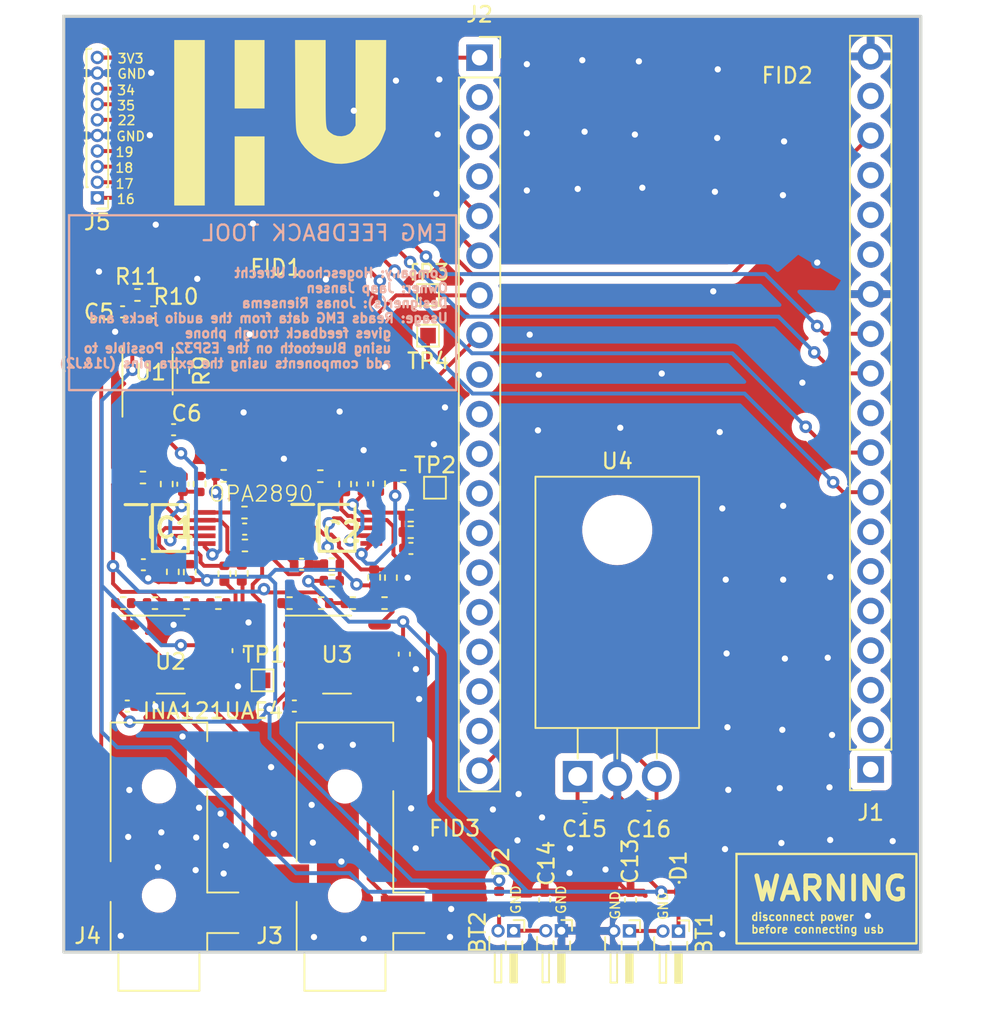
<source format=kicad_pcb>
(kicad_pcb (version 20221018) (generator pcbnew)
  (layers (0 "F.Cu" signal) (31 "B.Cu" signal) (34 "B.Paste" user) (35 "F.Paste" user) (36 "B.SilkS" user "B.Silkscreen") (37 "F.SilkS" user "F.Silkscreen") (38 "B.Mask" user) (39 "F.Mask" user) (44 "Edge.Cuts" user))
  (net 0 "")
  (net 1 "GND")
  (net 2 "+9V")
  (net 3 "-9V")
  (net 4 "RL_conn")
  (net 5 "Net-(IC1-+IN_B)")
  (net 6 "Net-(IC1-OUT_B)")
  (net 7 "Net-(IC1--IN_A)")
  (net 8 "Net-(IC1-OUT_A)")
  (net 9 "Net-(IC2-+IN_B)")
  (net 10 "Net-(IC2-OUT_B)")
  (net 15 "Net-(IC2-OUT_A)")
  (net 16 "Net-(IC2--IN_A)")
  (net 17 "/Connector Opamp/Right_Leg")
  (net 18 "/Connector Opamp/IN1.2")
  (net 19 "/Connector Opamp/IN2.2")
  (net 20 "/Connector Opamp/IN1.1")
  (net 21 "/Connector Opamp/IN2.1")
  (net 22 "Net-(R4-Pad2)")
  (net 23 "Net-(R8-Pad2)")
  (net 24 "In_amp1")
  (net 25 "In_amp2")
  (net 26 "Net-(BT2--)")
  (net 27 "Net-(R5-Pad2)")
  (net 28 "Net-(U1B--)")
  (net 29 "Net-(U1A--)")
  (net 30 "Net-(C9-Pad2)")
  (net 31 "Net-(C10-Pad2)")
  (net 32 "/Bluetooth ESP/CLK")
  (net 33 "/Bluetooth ESP/D0")
  (net 34 "/Bluetooth ESP/D1")
  (net 35 "/Bluetooth ESP/2")
  (net 36 "/Bluetooth ESP/0")
  (net 37 "/Bluetooth ESP/4")
  (net 38 "/Bluetooth ESP/16")
  (net 39 "/Bluetooth ESP/17")
  (net 40 "/Bluetooth ESP/5")
  (net 41 "/Bluetooth ESP/18")
  (net 42 "/Bluetooth ESP/19")
  (net 43 "/Bluetooth ESP/21")
  (net 44 "/Bluetooth ESP/RX")
  (net 45 "/Bluetooth ESP/TX")
  (net 46 "/Bluetooth ESP/22")
  (net 47 "/Bluetooth ESP/23")
  (net 48 "/Bluetooth ESP/3V3")
  (net 49 "/Bluetooth ESP/EN")
  (net 50 "/Bluetooth ESP/VP")
  (net 51 "/Bluetooth ESP/VN")
  (net 52 "/Bluetooth ESP/34")
  (net 53 "/Bluetooth ESP/35")
  (net 54 "/Bluetooth ESP/25")
  (net 55 "/Bluetooth ESP/26")
  (net 56 "/Bluetooth ESP/27")
  (net 57 "/Bluetooth ESP/14")
  (net 58 "/Bluetooth ESP/12")
  (net 59 "/Bluetooth ESP/13")
  (net 60 "/Bluetooth ESP/D2")
  (net 61 "/Bluetooth ESP/D3")
  (net 62 "/Bluetooth ESP/CMD")
  (net 63 "+5V")
  (net 64 "Net-(R1-Pad1)")
  (net 65 "Net-(R1-Pad2)")
  (net 66 "Net-(R3-Pad2)")
  (net 67 "Net-(R5-Pad1)")
  (net 68 "Net-(R7-Pad2)")
  (net 69 "Net-(R10-Pad1)")
  (net 71 "Net-(IC1--VS)")
  (net 72 "Net-(IC1-+VS)")
  (net 74 "Net-(IC2--VS)")
  (net 75 "Net-(IC2-+VS)")
  (net 77 "Net-(BT1--)")
  (net 78 "Net-(BT2-+)")
  (net 79 "Net-(BT4--)")
  (net 80 "32")
  (net 81 "33")
  (footprint "Fiducial:Fiducial_0.5mm_Mask1.5mm" (layer "F.Cu") (at 98.181 36.843)
    (fp_text reference "FID1")
    (fp_text value "Fiducial")
  )
  (footprint "Resistor_SMD:R_0402_1005Metric" (layer "F.Cu") (at 92.242 41.752 -90)
    (fp_text reference "R9")
    (fp_text value "10K")
  )
  (footprint "footprints:INA121UAE4" (layer "F.Cu") (at 91.44 59.944)
    (fp_text reference "U2")
    (fp_text value "INA121UAE4" hide)
  )
  (footprint "Diode_SMD:D_0402_1005Metric" (layer "F.Cu") (at 112.506 75.6105 90)
    (fp_text reference "D2")
    (fp_text value "D_Schottky")
  )
  (footprint "Resistor_SMD:R_0402_1005Metric" (layer "F.Cu") (at 89.301 36.883)
    (fp_text reference "R11")
    (fp_text value "390k")
  )
  (footprint "Capacitor_SMD:C_0402_1005Metric" (layer "F.Cu") (at 106.848 53.137)
    (fp_text reference "C12" hide)
    (fp_text value "390n")
  )
  (footprint "Package_SO:MSOP-8_3x3mm_P0.65mm" (layer "F.Cu") (at 89.947 41.7655 90)
    (fp_text reference "U1")
    (fp_text value "AD8620")
  )
  (footprint "Resistor_SMD:R_0402_1005Metric" (layer "F.Cu") (at 90.424 56.642)
    (fp_text reference "R2" hide)
    (fp_text value "15")
  )
  (footprint "Capacitor_SMD:C_0402_1005Metric" (layer "F.Cu") (at 89.681 54.184)
    (fp_text reference "C7" hide)
    (fp_text value "390n")
  )
  (footprint "Connector_PinSocket_2.54mm:PinSocket_1x19_P2.54mm_Vertical" (layer "F.Cu") (at 136.35 67.31 180)
    (fp_text reference "J1")
    (fp_text value "Conn_01x19_Socket")
  )
  (footprint "Resistor_SMD:R_0402_1005Metric" (layer "F.Cu") (at 104.807 48.983 90)
    (fp_text reference "R25" hide)
    (fp_text value "5k8")
  )
  (footprint "Resistor_SMD:R_0402_1005Metric" (layer "F.Cu") (at 101.776 54.153 180)
    (fp_text reference "R31" hide)
    (fp_text value "56k")
  )
  (footprint "Capacitor_SMD:C_0402_1005Metric" (layer "F.Cu") (at 115.432 75.674 90)
    (fp_text reference "C14")
    (fp_text value "10n")
  )
  (footprint "OPA2890:SOP50P490X110-10N" (layer "F.Cu") (at 91.409 51.828)
    (fp_text reference "IC1")
    (fp_text value "OPA2890IDGST" hide)
  )
  (footprint "Resistor_SMD:R_0402_1005Metric" (layer "F.Cu") (at 90.321 37.996)
    (fp_text reference "R10")
    (fp_text value "390K")
  )
  (footprint "Capacitor_SMD:C_0402_1005Metric" (layer "F.Cu") (at 96.18 51.897)
    (fp_text reference "C11" hide)
    (fp_text value "390n")
  )
  (footprint "Resistor_SMD:R_0402_1005Metric" (layer "F.Cu") (at 89.654 48.592 180)
    (fp_text reference "R16" hide)
    (fp_text value "10k")
  )
  (footprint "Resistor_SMD:R_0402_1005Metric" (layer "F.Cu") (at 92.657 54.655 90)
    (fp_text reference "R12" hide)
    (fp_text value "33k")
  )
  (footprint "Package_TO_SOT_THT:TO-220F-3_Horizontal_TabDown" (layer "F.Cu") (at 117.549 67.759)
    (fp_text reference "U4")
    (fp_text value "L7805")
  )
  (footprint "Connector_Audio:Jack_3.5mm_CUI_SJ-3523-SMT_Horizontal" (layer "F.Cu") (at 102.616 72.898 180)
    (fp_text reference "J3")
    (fp_text value "AudioJack3")
  )
  (footprint "Resistor_SMD:R_0402_1005Metric" (layer "F.Cu") (at 105.565 55.011 -90)
    (fp_text reference "R15" hide)
    (fp_text value "56k")
  )
  (footprint "Resistor_SMD:R_0402_1005Metric" (layer "F.Cu") (at 91.569 54.637 -90)
    (fp_text reference "R14" hide)
    (fp_text value "56k")
  )
  (footprint "Capacitor_SMD:C_0402_1005Metric" (layer "F.Cu") (at 122.129 69.598 180)
    (fp_text reference "C16")
    (fp_text value "100nF")
  )
  (footprint "Capacitor_SMD:C_0402_1005Metric" (layer "F.Cu") (at 99.369 63.242)
    (fp_text reference "C4" hide)
    (fp_text value "100n")
  )
  (footprint "Resistor_SMD:R_0402_1005Metric" (layer "F.Cu") (at 105.156 56.642)
    (fp_text reference "R8" hide)
    (fp_text value "15")
  )
  (footprint "Resistor_SMD:R_0402_1005Metric" (layer "F.Cu") (at 92.456 56.642)
    (fp_text reference "R3" hide)
    (fp_text value "390")
  )
  (footprint "Resistor_SMD:R_0402_1005Metric" (layer "F.Cu") (at 104.489 54.996 90)
    (fp_text reference "R13" hide)
    (fp_text value "33k")
  )
  (footprint "Connector_PinHeader_1.00mm:PinHeader_1x02_P1.00mm_Horizontal" (layer "F.Cu") (at 124.019 77.675 -90)
    (fp_text reference "BT2")
    (fp_text value "Battery_Cell")
  )
  (footprint "Resistor_SMD:R_0402_1005Metric" (layer "F.Cu") (at 93.286 49.005 90)
    (fp_text reference "R24" hide)
    (fp_text value "5k8")
  )
  (footprint "Resistor_SMD:R_0402_1005Metric" (layer "F.Cu") (at 101.77 55.212)
    (fp_text reference "R28" hide)
    (fp_text value "33k")
  )
  (footprint "Connector_PinHeader_1.00mm:PinHeader_1x02_P1.00mm_Horizontal" (layer "F.Cu") (at 120.868 77.664 -90)
    (fp_text reference "BT3" hide)
    (fp_text value "Battery_Cell")
  )
  (footprint "Capacitor_SMD:C_0402_1005Metric" (layer "F.Cu") (at 88.346 37.969 180)
    (fp_text reference "C5")
    (fp_text value "C")
  )
  (footprint "TestPoint:TestPoint_Pad_1.0x1.0mm" (layer "F.Cu") (at 108.391 49.243)
    (fp_text reference "TP2")
    (fp_text value "TestPoint")
  )
  (footprint "Connector_PinHeader_1.00mm:PinHeader_1x10_P1.00mm_Vertical" (layer "F.Cu") (at 86.724 30.657 180)
    (fp_text reference "J5")
    (fp_text value "Conn_01x10_Pin")
  )
  (footprint "Resistor_SMD:R_0402_1005Metric" (layer "F.Cu") (at 101.092 56.642)
    (fp_text reference "R6" hide)
    (fp_text value "15")
  )
  (footprint "Fiducial:Fiducial_0.5mm_Mask1.5mm" (layer "F.Cu") (at 130.994 24.529)
    (fp_text reference "FID2")
    (fp_text value "Fiducial")
  )
  (footprint "Resistor_SMD:R_0402_1005Metric" (layer "F.Cu") (at 106.832 52.089 180)
    (fp_text reference "R23" hide)
    (fp_text value "10k")
  )
  (footprint "Connector_PinSocket_2.54mm:PinSocket_1x19_P2.54mm_Vertical" (layer "F.Cu") (at 111.252 21.67)
    (fp_text reference "J2")
    (fp_text value "Conn_01x19_Socket")
  )
  (footprint "Resistor_SMD:R_0402_1005Metric" (layer "F.Cu") (at 99.06 56.642)
    (fp_text reference "R5" hide)
    (fp_text value "390")
  )
  (footprint "Capacitor_SMD:C_0402_1005Metric" (layer "F.Cu") (at 88.646 63.246)
    (fp_text reference "C2" hide)
    (fp_text value "100n")
  )
  (footprint "Resistor_SMD:R_0402_1005Metric" (layer "F.Cu") (at 106.35 48.506)
    (fp_text reference "R29" hide)
    (fp_text value "10k")
  )
  (footprint "Resistor_SMD:R_0402_1005Metric" (layer "F.Cu") (at 94.488 56.642)
    (fp_text reference "R4" hide)
    (fp_text value "15")
  )
  (footprint "Resistor_SMD:R_0402_1005Metric" (layer "F.Cu") (at 101.035 48.503 180)
    (fp_text reference "R17" hide)
    (fp_text value "10k")
  )
  (footprint "Capacitor_SMD:C_0402_1005Metric" (layer "F.Cu") (at 99.835 54.152)
    (fp_text reference "C8" hide)
    (fp_text value "390n")
  )
  (footprint "Resistor_SMD:R_0402_1005Metric" (layer "F.Cu") (at 106.832 51.039)
    (fp_text reference "R19" hide)
    (fp_text value "10k")
  )
  (footprint "Resistor_SMD:R_0402_1005Metric" (layer "F.Cu") (at 95.993 54.738 -90)
    (fp_text reference "R30" hide)
    (fp_text value "56k")
  )
  (footprint "footprints:INA121UAE4" (layer "F.Cu") (at 102.108 59.944)
    (fp_text reference "U3")
    (fp_text value "INA121UAE4")
  )
  (footprint "OPA2890:SOP50P490X110-10N" (layer "F.Cu") (at 102.108 51.816)
    (fp_text reference "IC2")
    (fp_text value "OPA2890IDGST" hide)
  )
  (footprint "Connector_PinHeader_1.00mm:PinHeader_1x02_P1.00mm_Horizontal" (layer "F.Cu") (at 116.502 77.648 -90)
    (fp_text reference "BT1")
    (fp_text value "Battery_Cell")
  )
  (footprint "LOGO" (layer "F.Cu") (at 98.82 25.524)
    (fp_text reference "G***" hide)
    (fp_text value "LOGO" hide)
  )
  (footprint "Connector_PinHeader_1.00mm:PinHeader_1x02_P1.00mm_Horizontal" (layer "F.Cu") (at 113.44 77.651 -90)
    (fp_text reference "BT4" hide)
    (fp_text value "Battery_Cell")
  )
  (footprint "TestPoint:TestPoint_Pad_1.0x1.0mm" (layer "F.Cu") (at 107.947 36.89)
    (fp_text reference "TP3")
    (fp_text value "TestPoint")
  )
  (footprint "Resistor_SMD:R_0402_1005Metric" (layer "F.Cu") (at 102.626 49.012 90)
    (fp_text reference "R21" hide)
    (fp_text value "10k")
  )
  (footprint "Resistor_SMD:R_0402_1005Metric" (layer "F.Cu") (at 96.196 52.946 180)
    (fp_text reference "R22" hide)
    (fp_text value "10k")
  )
  (footprint "Resistor_SMD:R_0402_1005Metric" (layer "F.Cu") (at 94.835 48.485)
    (fp_text reference "R27" hide)
    (fp_text value "10k")
  )
  (footprint "Resistor_SMD:R_0402_1005Metric" (layer "F.Cu") (at 94.881 54.76 90)
    (fp_text reference "R26" hide)
    (fp_text value "33k")
  )
  (footprint "Capacitor_SMD:C_0402_1005Metric" (layer "F.Cu") (at 95.758 59.69 90)
    (fp_text reference "C1" hide)
    (fp_text value "100n")
  )
  (footprint "Diode_SMD:D_0402_1005Metric" (layer "F.Cu") (at 124.058 75.634 -90)
    (fp_text reference "D1")
    (fp_text value "D_Schottky")
  )
  (footprint "Resistor_SMD:R_0402_1005Metric" (layer "F.Cu") (at 96.169 50.833)
    (fp_text reference "R18" hide)
    (fp_text value "10k")
  )
  (footprint "TestPoint:TestPoint_Pad_1.0x1.0mm" (layer "F.Cu") (at 97.329 61.597)
    (fp_text reference "TP1")
    (fp_text value "TestPoint")
  )
  (footprint "Capacitor_SMD:C_0402_1005Metric" (layer "F.Cu") (at 91.619 45.523)
    (fp_text reference "C6")
    (fp_text value "C")
  )
  (footprint "Capacitor_SMD:C_0402_1005Metric" (layer "F.Cu") (at 120.94 75.684 90)
    (fp_text reference "C13")
    (fp_text value "10n")
  )
  (footprint "Capacitor_SMD:C_0402_1005Metric" (layer "F.Cu") (at 118.021 69.776)
    (fp_text reference "C15")
    (fp_text value "10uF")
  )
  (footprint "Connector_Audio:Jack_3.5mm_CUI_SJ-3523-SMT_Horizontal" (layer "F.Cu") (at 90.678 72.898 180)
    (fp_text reference "J4")
    (fp_text value "AudioJack3")
  )
  (footprint "TestPoint:TestPoint_Pad_1.0x1.0mm" (layer "F.Cu") (at 107.948 39.492)
    (fp_text reference "TP4")
    (fp_text value "TestPoint")
  )
  (footprint "Capacitor_SMD:C_0402_1005Metric" (layer "F.Cu") (at 106.426 59.916 90)
    (fp_text reference "C3" hide)
    (fp_text value "100n")
  )
  (footprint "Resistor_SMD:R_0402_1005Metric" (layer "F.Cu") (at 103.122 56.642)
    (fp_text reference "R7" hide)
    (fp_text value "390")
  )
  (footprint "Fiducial:Fiducial_0.5mm_Mask1.5mm" (layer "F.Cu") (at 109.655 72.803)
    (fp_text reference "FID3")
    (fp_text value "Fiducial")
  )
  (footprint "Capacitor_SMD:C_0402_1005Metric" (layer "F.Cu") (at 92.215 49.019 90)
    (fp_text reference "C9" hide)
    (fp_text value "390n")
  )
  (footprint "Capacitor_SMD:C_0402_1005Metric" (layer "F.Cu") (at 103.738 49.004 90)
    (fp_text reference "C10" hide)
    (fp_text value "390n")
  )
  (footprint "Resistor_SMD:R_0402_1005Metric" (layer "F.Cu") (at 91.178 49.009 90)
    (fp_text reference "R20" hide)
    (fp_text value "10k")
  )
  (footprint "Resistor_SMD:R_0402_1005Metric" (layer "F.Cu") (at 88.39 56.642)
    (fp_text reference "R1" hide)
    (fp_text value "390")
  )
  (gr_rect (start 127.74 72.726) (end 139.284 78.463) (stroke (width 0.15)) (fill none) (layer "F.SilkS"))
  (gr_rect (start 84.57 19.02) (end 139.57 79.02) (stroke (width 0.2)) (fill none) (layer "Edge.Cuts"))
  (gr_text "EMG FEEDBACK TOOL" (at 109.318 33.498) (layer "B.SilkS") (effects (font (size 1 1)) (justify left bottom mirror)))
  (gr_text "18" (at 87.819 29.089) (layer "F.SilkS") (effects (font (size 0.6 0.6) (thickness 0.1)) (justify left bottom)))
  (gr_text "22" (at 87.966 26.041) (layer "F.SilkS") (effects (font (size 0.6 0.6) (thickness 0.1)) (justify left bottom)))
  (gr_text "34" (at 87.933 24.117) (layer "F.SilkS") (effects (font (size 0.6 0.6) (thickness 0.1)) (justify left bottom)))
  (gr_text "WARNING\n" (at 128.628 75.822) (layer "F.SilkS") (effects (font (size 1.5 1.5) (thickness 0.3) bold) (justify left bottom)))
  (gr_text "GND" (at 87.885 27.068) (layer "F.SilkS") (effects (font (size 0.6 0.6) (thickness 0.1)) (justify left bottom)))
  (gr_text "GND" (at 120.312 76.993 90) (layer "F.SilkS") (effects (font (size 0.6 0.6) (thickness 0.1)) (justify left bottom)))
  (gr_text "17" (at 87.836 30.116) (layer "F.SilkS") (effects (font (size 0.6 0.6) (thickness 0.1)) (justify left bottom)))
  (gr_text "16" (at 87.917 31.094) (layer "F.SilkS") (effects (font (size 0.6 0.6) (thickness 0.1)) (justify left bottom)))
  (gr_text "35" (at 87.933 25.095) (layer "F.SilkS") (effects (font (size 0.6 0.6) (thickness 0.1)) (justify left bottom)))
  (gr_text "disconnect power\nbefore connecting usb" (at 128.628 77.854) (layer "F.SilkS") (effects (font (size 0.5 0.5) (thickness 0.1) bold) (justify left bottom)))
  (gr_text "GND" (at 87.95 23.058) (layer "F.SilkS") (effects (font (size 0.6 0.6) (thickness 0.1)) (justify left bottom)))
  (gr_text "3V3" (at 87.966 22.079) (layer "F.SilkS") (effects (font (size 0.6 0.6) (thickness 0.1)) (justify left bottom)))
  (gr_text "19" (at 87.836 28.079) (layer "F.SilkS") (effects (font (size 0.6 0.6) (thickness 0.1)) (justify left bottom)))
  (gr_text "GND" (at 123.386 77.024 90) (layer "F.SilkS") (effects (font (size 0.6 0.6) (thickness 0.1)) (justify left bottom)))
  (gr_text "GND" (at 113.937 76.642 90) (layer "F.SilkS") (effects (font (size 0.6 0.6) (thickness 0.1)) (justify left bottom)))
  (gr_text "GND" (at 116.838 76.639 90) (layer "F.SilkS") (effects (font (size 0.6 0.6) (thickness 0.1)) (justify left bottom)))
  (gr_text_box "\n\n\nCompany: Hogeschool Utrecht\nOwner: Jaap Jansen\nDesigner(s): Jonas Riensema\nUsage: Reads EMG data from the audio jacks and \n	   gives feedback trough phone\n	   using Bluetooth on the ESP32. Possible to \n	   add components using the extra pins (J1&J2)" (start 84.913 31.774) (end 109.755 42.985) (layer "B.SilkS") (effects (font (size 0.6 0.6) (thickness 0.15) bold) (justify left top mirror)) (stroke (width 0.15)))
  (segment (start 96.042501 55.297501) (end 96.042501 57.498501) (width 0.25) (layer "F.Cu") (net 1))
  (segment (start 120.767 69.598) (end 121.649 69.598) (width 0.25) (layer "F.Cu") (net 1))
  (segment (start 90.1345 54.9025) (end 89.989 55.048) (width 0.25) (layer "F.Cu") (net 1))
  (segment (start 87.866 37.969) (end 87.866 39.241) (width 0.25) (layer "F.Cu") (net 1))
  (segment (start 106.426 60.396) (end 106.687 60.396) (width 0.25) (layer "F.Cu") (net 1))
  (segment (start 95.765609 60.17) (end 96.427 59.508609) (width 0.25) (layer "F.Cu") (net 1))
  (segment (start 99.849 63.242) (end 101.067 64.46) (width 0.25) (layer "F.Cu") (net 1))
  (segment (start 90.8795 54.9025) (end 90.161 54.184) (width 0.25) (layer "F.Cu") (net 1))
  (segment (start 90.077 26.657) (end 90.095 26.639) (width 0.25) (layer "F.Cu") (net 1))
  (segment (start 91.569 55.147) (end 91.124 55.147) (width 0.25) (layer "F.Cu") (net 1))
  (segment (start 116.502 77.648) (end 119.852 77.648) (width 0.25) (layer "F.Cu") (net 1))
  (segment (start 119.852 77.648) (end 119.868 77.664) (width 0.25) (layer "F.Cu") (net 1))
  (segment (start 119.185 69.776) (end 118.501 69.776) (width 0.25) (layer "F.Cu") (net 1))
  (segment (start 101.266 54.153) (end 100.316 54.153) (width 0.25) (layer "F.Cu") (net 1))
  (segment (start 87.866 39.241) (end 87.868 39.243) (width 0.25) (layer "F.Cu") (net 1))
  (segment (start 86.724 22.657) (end 90.165 22.657) (width 0.25) (layer "F.Cu") (net 1))
  (segment (start 104.832998 61.849) (end 105.778998 62.795) (width 0.25) (layer "F.Cu") (net 1))
  (segment (start 96.395 57.885) (end 96.393 57.883) (width 0.25) (layer "F.Cu") (net 1))
  (segment (start 120.089 68.92) (end 120.767 69.598) (width 0.25) (layer "F.Cu") (net 1))
  (segment (start 100.315 54.152) (end 100.315 54.159609) (width 0.25) (layer "F.Cu") (net 1))
  (segment (start 100.315 54.159609) (end 99.687609 54.787) (width 0.25) (layer "F.Cu") (net 1))
  (segment (start 94.290998 61.975) (end 94.164998 61.849) (width 0.25) (layer "F.Cu") (net 1))
  (segment (start 95.75 61.975) (end 94.290998 61.975) (width 0.25) (layer "F.Cu") (net 1))
  (segment (start 86.724 26.657) (end 90.077 26.657) (width 0.25) (layer "F.Cu") (net 1))
  (segment (start 96.042501 57.498501) (end 96.427 57.883) (width 0.25) (layer "F.Cu") (net 1))
  (segment (start 105.778998 62.795) (end 107.376 62.795) (width 0.25) (layer "F.Cu") (net 1))
  (segment (start 120.089 68.872) (end 119.185 69.776) (width 0.25) (layer "F.Cu") (net 1))
  (segment (start 106.687 60.396) (end 107.168 60.877) (width 0.25) (layer "F.Cu") (net 1))
  (segment (start 98.993 54.787) (end 97.750501 53.544501) (width 0.25) (layer "F.Cu") (net 1))
  (segment (start 120.813 75.204) (end 119.334 73.725) (width 0.25) (layer "F.Cu") (net 1))
  (segment (start 105.565 55.521) (end 106.131 55.521) (width 0.25) (layer "F.Cu") (net 1))
  (segment (start 90.442 63.246) (end 90.446 63.25) (width 0.25) (layer "F.Cu") (net 1))
  (segment (start 99.687609 54.787) (end 98.993 54.787) (width 0.25) (layer "F.Cu") (net 1))
  (segment (start 120.089 67.759) (end 120.089 68.872) (width 0.25) (layer "F.Cu") (net 1))
  (segment (start 90.8795 54.9025) (end 90.1345 54.9025) (width 0.25) (layer "F.Cu") (net 1))
  (segment (start 97.750501 50.890501) (end 95.345 48.485) (width 0.25) (layer "F.Cu") (net 1))
  (segment (start 120.089 67.759) (end 120.089 68.92) (width 0.25) (layer "F.Cu") (net 1))
  (segment (start 96.393 57.883) (end 96.427 57.883) (width 0.25) (layer "F.Cu") (net 1))
  (segment (start 101.067 64.46) (end 101.067 65.839) (width 0.25) (layer "F.Cu") (net 1))
  (segment (start 96.427 57.883) (end 96.427 57.917) (width 0.25) (layer "F.Cu") (net 1))
  (segment (start 96.427 59.508609) (end 96.427 57.883) (width 0.25) (layer "F.Cu") (net 1))
  (segment (start 89.126 63.246) (end 90.442 63.246) (width 0.25) (layer "F.Cu") (net 1))
  (segment (start 106.131 55.521) (end 106.637 55.015) (width 0.25) (layer "F.Cu") (net 1))
  (segment (start 90.922 39.653) (end 93.139 37.436) (width 0.25) (layer "F.Cu") (net 1))
  (segment (start 90.165 22.657) (end 90.182 22.64) (width 0.25) (layer "F.Cu") (net 1))
  (segment (start 96.427 57.917) (end 96.385 57.875) (width 0.25) (layer "F.Cu") (net 1))
  (segment (start 95.993 55.248) (end 96.042501 55.297501) (width 0.25) (layer "F.Cu") (net 1))
  (segment (start 120.94 75.204) (end 120.813 75.204) (width 0.25) (layer "F.Cu") (net 1))
  (segment (start 100.316 54.153) (end 100.315 54.152) (width 0.25) (layer "F.Cu") (net 1))
  (segment (start 95.758 60.17) (end 95.765609 60.17) (width 0.25) (layer "F.Cu") (net 1))
  (segment (start 91.124 55.147) (end 90.8795 54.9025) (width 0.25) (layer "F.Cu") (net 1))
  (segment (start 93.139 37.436) (end 93.139 35.851) (width 0.25) (layer "F.Cu") (net 1))
  (segment (start 97.750501 53.544501) (end 97.750501 50.890501) (width 0.25) (layer "F.Cu") (net 1))
  (via (at 136.173 76.696) (size 0.8) (drill 0.4) (layers "F.Cu" "B.Cu") (net 1))
  (via (at 133.761 54.973) (size 0.8) (drill 0.4) (layers "F.Cu" "B.Cu") (net 1))
  (via (at 108.675 23.069) (size 0.8) (drill 0.4) (layers "F.Cu" "B.Cu") (net 1))
  (via (at 121.22 26.599) (size 0.8) (drill 0.4) (layers "F.Cu" "B.Cu") (net 1))
  (via (at 102.388 73.212) (size 0.8) (drill 0.4) (layers "F.Cu" "B.Cu") (net 1))
  (via (at 127.104 59.87) (size 0.8) (drill 0.4) (layers "F.Cu" "B.Cu") (net 1))
  (via (at 105.189 41.5) (size 0.8) (drill 0.4) (layers "F.Cu" "B.Cu") (net 1))
  (via (at 100.627 78.053) (size 0.8) (drill 0.4) (layers "F.Cu" "B.Cu") (net 1))
  (via (at 96.111 44.416) (size 0.8) (drill 0.4) (layers "F.Cu" "B.Cu") (net 1))
  (via (at 94.831 73.982) (size 0.8) (drill 0.4) (layers "F.Cu" "B.Cu") (net 1))
  (via (at 133.871 65.097) (size 0.8) (drill 0.4) (layers "F.Cu" "B.Cu") (net 1))
  (via (at 90.833 71.341) (size 0.8) (drill 0.4) (layers "F.Cu" "B.Cu") (net 1))
  (via (at 130.735 50.407) (size 0.8) (drill 0.4) (layers "F.Cu" "B.Cu") (net 1))
  (via (at 133.596 60.145) (size 0.8) (drill 0.4) (layers "F.Cu" "B.Cu") (net 1))
  (via (at 130.68 64.767) (size 0.8) (drill 0.4) (layers "F.Cu" "B.Cu") (net 1))
  (via (at 108.565 26.591) (size 0.8) (drill 0.4) (layers "F.Cu" "B.Cu") (net 1))
  (via (at 88.706 71.635) (size 0.8) (drill 0.4) (layers "F.Cu" "B.Cu") (net 1))
  (via (at 114.287 22.088) (size 0.8) (drill 0.4) (layers "F.Cu" "B.Cu") (net 1))
  (via (at 96.496 39.409) (size 0.8) (drill 0.4) (layers "F.Cu" "B.Cu") (net 1))
  (via (at 103.185 25.07) (size 0.8) (drill 0.4) (layers "F.Cu" "B.Cu") (net 1))
  (via (at 130.515 68.508) (size 0.8) (drill 0.4) (layers "F.Cu" "B.Cu") (net 1))
  (via (at 109.034 44.093) (size 0.8) (drill 0.4) (layers "F.Cu" "B.Cu") (net 1))
  (via (at 130.845 60.2) (size 0.8) (drill 0.4) (layers "F.Cu" "B.Cu") (net 1))
  (via (at 100.48 69.58) (size 0.8) (drill 0.4) (layers "F.Cu" "B.Cu") (net 1))
  (via (at 100.554 72.001) (size 0.8) (drill 0.4) (layers "F.Cu" "B.Cu") (net 1))
  (via (at 127.214 68.618) (size 0.8) (drill 0.4) (layers "F.Cu" "B.Cu") (net 1))
  (via (at 122.943 41.923) (size 0.8) (drill 0.4) (layers "F.Cu" "B.Cu") (net 1))
  (via (at 126.831 77.87) (size 0.8) (drill 0.4) (layers "F.Cu" "B.Cu") (net 1))
  (via (at 106.862 69.801) (size 0.8) (drill 0.4) (layers "F.Cu" "B.Cu") (net 1))
  (via (at 117.023 73.945) (size 0.8) (drill 0.4) (layers "F.Cu" "B.Cu") (net 1))
  (via (at 107.168 60.877) (size 0.8) (drill 0.4) (layers "F.Cu" "B.Cu") (net 1))
  (via (at 93.254 69.764) (size 0.8) (drill 0.4) (layers "F.Cu" "B.Cu") (net 1))
  (via (at 114.287 26.517) (size 0.8) (drill 0.4) (layers "F.Cu" "B.Cu") (net 1))
  (via (at 87.868 39.243) (size 0.8) (drill 0.4) (layers "F.Cu" "B.Cu") (net 1))
  (via (at 126.248 36.651) (size 0.8) (drill 0.4) (layers "F.Cu" "B.Cu") (net 1))
  (via (at 130.735 55.138) (size 0.8) (drill 0.4) (layers "F.Cu" "B.Cu") (net 1))
  (via (at 121.697 30.01) (size 0.8) (drill 0.4) (layers "F.Cu" "B.Cu") (net 1))
  (via (at 93.071 71.671) (size 0.8) (drill 0.4) (layers "F.Cu" "B.Cu") (net 1))
  (via (at 105.887 23.143) (size 0.8) (drill 0.4) (layers "F.Cu" "B.Cu") (net 1))
  (via (at 137.762 71.903) (size 0.8) (drill 0.4) (layers "F.Cu" "B.Cu") (net 1))
  (via (at 130.793 27.039) (size 0.8) (drill 0.4) (layers "F.Cu" "B.Cu") (net 1))
  (via (at 97.876 67.16) (size 0.8) (drill 0.4) (layers "F.Cu" "B.Cu") (net 1))
  (via (at 107.156 72.368) (size 0.8) (drill 0.4) (layers "F.Cu" "B.Cu") (net 1))
  (via (at 86.831 35.387) (size 0.8) (drill 0.4) (layers "F.Cu" "B.Cu") (net 1))
  (via (at 103.813 46.837) (size 0.8) (drill 0.4) (layers "F.Cu" "B.Cu") (net 1))
  (via (at 109.43 76.256) (size 0.8) (drill 0.4) (layers "F.Cu" "B.Cu") (net 1))
  (via (at 114.47 39.429) (size 0.8) (drill 0.4) (layers "F.Cu" "B.Cu") (net 1))
  (via (at 115 45.565) (size 0.8) (drill 0.4) (layers "F.Cu" "B.Cu") (net 1))
  (via (at 117.552 30.084) (size 0.8) (drill 0.4) (layers "F.Cu" "B.Cu") (net 1))
  (via (at 96.71 32.306) (size 0.8) (drill 0.4) (layers "F.Cu" "B.Cu") (net 1))
  (via (at 126.539 22.418) (size 0.8) (drill 0.4) (layers "F.Cu" "B.Cu") (net 1))
  (via (at 112.108 69.874) (size 0.8) (drill 0.4) (layers "F.Cu" "B.Cu") (net 1))
  (via (at 117.845 21.831) (size 0.8) (drill 0.4) (layers "F.Cu" "B.Cu") (net 1))
  (via (at 131.967 42.51) (size 0.8) (drill 0.4) (layers "F.Cu" "B.Cu") (net 1))
  (via (at 117.059 72.368) (size 0.8) (drill 0.4) (layers "F.Cu" "B.Cu") (net 1))
  (via (at 93.034 73.762) (size 0.8) (drill 0.4) (layers "F.Cu" "B.Cu") (net 1))
  (via (at 90.474 32.379) (size 0.8) (drill 0.4) (layers "F.Cu" "B.Cu") (net 1))
  (via (at 89.989 55.048) (size 0.8) (drill 0.4) (layers "F.Cu" "B.Cu") (net 1))
  (via (at 127.159 64.602) (size 0.8) (drill 0.4) (layers "F.Cu" "B.Cu") (net 1))
  (via (at 90.095 26.639) (size 0.8) (drill 0.4) (layers "F.Cu" "B.Cu") (net 1))
  (via (at 117.992 26.416) (size 0.8) (drill 0.4) (layers "F.Cu" "B.Cu") (net 1))
  (via (at 132.92 34.807) (size 0.8) (drill 0.4) (layers "F.Cu" "B.Cu") (net 1))
  (via (at 115.057 41.996) (size 0.8) (drill 0.4) (layers "F.Cu" "B.Cu") (net 1))
  (via (at 130.622 72.025) (size 0.8) (drill 0.4) (layers "F.Cu" "B.Cu") (net 1))
  (via (at 91.619 58.035) (size 0.8) (drill 0.4) (layers "F.Cu" "B.Cu") (net 1))
  (via (at 102.273 44.361) (size 0.8) (drill 0.4) (layers "F.Cu" "B.Cu") (net 1))
  (via (at 101.392 35.888) (size 0.8) (drill 0.4) (layers "F.Cu" "B.Cu") (net 1))
  (via (at 120.282 45.4) (size 0.8) (drill 0.4) (layers "F.Cu" "B.Cu") (net 1))
  (via (at 113.758 68.884) (size 0.8) (drill 0.4) (layers "F.Cu" "B.Cu") (net 1))
  (via (at 101.067 65.839) (size 0.8) (drill 0.4) (layers "F.Cu" "B.Cu") (net 1))
  (via (at 108.492 30.4) (size 0.8) (drill 0.4) (layers "F.Cu" "B.Cu") (net 1))
  (via (at 94.978 72.185) (size 0.8) (drill 0.4) (layers "F.Cu" "B.Cu") (net 1))
  (via (at 113.685 71.855) (size 0.8) (drill 0.4) (layers "F.Cu" "B.Cu") (net 1))
  (via (at 119.334 73.725) (size 0.8) (drill 0.4) (layers "F.Cu" "B.Cu") (net 1))
  (via (at 95.75 61.975) (size 0.8) (drill 0.4) (layers "F.Cu" "B.Cu") (net 1))
  (via (at 103.818 78.164) (size 0.8) (drill 0.4) (layers "F.Cu" "B.Cu") (net 1))
  (via (at 109.357 78.053) (size 0.8) (drill 0.4) (layers "F.Cu" "B.Cu") (net 1))
  (via (at 126.829 50.572) (size 0.8) (drill 0.4) (layers "F.Cu" "B.Cu") (net 1))
  (via (at 92.193 65.198) (size 0.8) (drill 0.4) (layers "F.Cu" "B.Cu") (net 1))
  (via (at 108.325 46.452) (size 0.8) (drill 0.4) (layers "F.Cu" "B.Cu") (net 1))
  (via (at 115.262 70.387) (size 0.8) (drill 0.4) (layers "F.Cu" "B.Cu") (net 1))
  (via (at 126.355 30.267) (size 0.8) (drill 0.4) (layers "F.Cu" "B.Cu") (net 1))
  (via (at 127.049 55.138) (size 0.8) (drill 0.4) (layers "F.Cu" "B.Cu") (net 1))
  (via (at 96.427 57.883) (size 0.8) (drill 0.4) (layers "F.Cu" "B.Cu") (net 1))
  (via (at 98.696 47.387) (size 0.8) (drill 0.4) (layers "F.Cu" "B.Cu") (net 1))
  (via (at 133.706 68.453) (size 0.8) (drill 0.4) (layers "F.Cu" "B.Cu") (net 1))
  (via (at 130.72 30.487) (size 0.8) (drill 0.4) (layers "F.Cu" "B.Cu") (net 1))
  (via (at 90.446 63.25) (size 0.8) (drill 0.4) (layers "F.Cu" "B.Cu") (net 1))
  (via (at 127.003 72.416) (size 0.8) (drill 0.4) (layers "F.Cu" "B.Cu") (net 1))
  (via (at 126.502 26.819) (size 0.8) (drill 0.4) (layers "F.Cu" "B.Cu") (net 1))
  (via (at 103.121 65.729) (size 0.8) (drill 0.4) (layers "F.Cu" "B.Cu") (net 1))
  (via (at 90.613 73.579) (size 0.8) (drill 0.4) (layers "F.Cu" "B.Cu") (net 1))
  (via (at 133.752 71.83) (size 0.8) (drill 0.4) (layers "F.Cu" "B.Cu") (net 1))
  (via (at 90.182 22.64) (size 0.8) (drill 0.4) (layers "F.Cu" "B.Cu") (net 1))
  (via (at 88.229 77.98) (size 0.8) (drill 0.4) (layers "F.Cu" "B.Cu") (net 1))
  (via (at 93.139 35.851) (size 0.8) (drill 0.4) (layers "F.Cu" "B.Cu") (net 1))
  (via (at 121.477 21.904) (size 0.8) (drill 0.4) (layers "F.Cu" "B.Cu") (net 1))
  (via (at 94.637201 70.141799) (size 0.8) (drill 0.4) (layers "F.Cu" "B.Cu") (net 1))
  (via (at 107.376 62.795) (size 0.8) (drill 0.4) (layers "F.Cu" "B.Cu") (net 1))
  (via (at 88.779 68.627) (size 0.8) (drill 0.4) (layers "F.Cu" "B.Cu") (net 1))
  (via (at 126.664 45.675) (size 0.8) (drill 0.4) (layers "F.Cu" "B.Cu") (net 1))
  (via (at 98.057042 71.438443) (size 0.8) (drill 0.4) (layers "F.Cu" "B.Cu") (net 1))
  (via (at 114.287 30.185) (size 0.8) (drill 0.4) (layers "F.Cu" "B.Cu") (net 1))
  (via (at 106.637 55.015) (size 0.8) (drill 0.4) (layers "F.Cu" "B.Cu") (net 1))
  (segment (start 89.989 55.048) (end 89.989 54.712) (width 0.25) (layer "B.Cu") (net 1))
  (segment (start 94.475 63.25) (end 95.75 61.975) (width 0.25) (layer "B.Cu") (net 1))
  (segment (start 90.446 63.25) (end 94.475 63.25) (width 0.25) (layer "B.Cu") (net 1))
  (segment (start 89.989 54.712) (end 89.916 54.639) (width 0.25) (layer "B.Cu") (net 1))
  (segment (start 117.541 67.767) (end 117.549 67.759) (width 0.25) (layer "F.Cu") (net 2))
  (segment (start 94.130998 59.343) (end 94.164998 59.309) (width 0.25) (layer "F.Cu") (net 2))
  (segment (start 88.972 39.653) (end 88.972 41.674) (width 0.25) (layer "F.Cu") (net 2))
  (segment (start 106.426 59.436) (end 104.959998 59.436) (width 0.25) (layer "F.Cu") (net 2))
  (segment (start 94.164998 59.309) (end 95.659 59.309) (width 0.25) (layer "F.Cu") (net 2))
  (segment (start 106.344 59.354) (end 106.426 59.436) (width 0.25) (layer "F.Cu") (net 2))
  (segment (start 95.659 59.309) (end 95.758 59.21) (width 0.25) (layer "F.Cu") (net 2))
  (segment (start 88.826 39.507) (end 88.972 39.653) (width 0.25) (layer "F.Cu") (net 2))
  (segment (start 104.959998 59.436) (end 104.832998 59.309) (width 0.25) (layer "F.Cu") (net 2))
  (segment (start 95.593 55.982) (end 95.593 59.045) (width 0.25) (layer "F.Cu") (net 2))
  (segment (start 94.881 55.27) (end 95.593 55.982) (width 0.25) (layer "F.Cu") (net 2))
  (segment (start 122.906391 75.149) (end 117.541 69.783609) (width 0.25) (layer "F.Cu") (net 2))
  (segment (start 117.541 69.783609) (end 117.541 69.776) (width 0.25) (layer "F.Cu") (net 2))
  (segment (start 124.058 75.149) (end 122.906391 75.149) (width 0.25) (layer "F.Cu") (net 2))
  (segment (start 100.291 55.212) (end 100.269 55.234) (width 0.25) (layer "F.Cu") (net 2))
  (segment (start 95.593 59.045) (end 95.758 59.21) (width 0.25) (layer "F.Cu") (net 2))
  (segment (start 88.826 37.969) (end 88.826 39.507) (width 0.25) (layer "F.Cu") (net 2))
  (segment (start 106.344 57.832) (end 106.344 59.354) (width 0.25) (layer "F.Cu") (net 2))
  (segment (start 92.083 59.343) (end 94.130998 59.343) (width 0.25) (layer "F.Cu") (net 2))
  (segment (start 101.26 55.212) (end 100.291 55.212) (width 0.25) (layer "F.Cu") (net 2))
  (segment (start 117.541 69.776) (end 117.541 67.767) (width 0.25) (layer "F.Cu") (net 2))
  (segment (start 88.972 41.674) (end 88.98 41.682) (width 0.25) (layer "F.Cu") (net 2))
  (via (at 88.98 41.682) (size 0.8) (drill 0.4) (layers "F.Cu" "B.Cu") (net 2))
  (via (at 92.083 59.343) (size 0.8) (drill 0.4) (layers "F.Cu" "B.Cu") (net 2))
  (via (at 122.906391 75.149) (size 0.8) (drill 0.4) (layers "F.Cu" "B.Cu") (net 2))
  (via (at 100.269 55.234) (size 0.8) (drill 0.4) (layers "F.Cu" "B.Cu") (net 2))
  (via (at 106.344 57.832) (size 0.8) (drill 0.4) (layers "F.Cu" "B.Cu") (net 2))
  (segment (start 102.907412 73.957) (end 99.477 73.957) (width 0.25) (layer "B.Cu") (net 2))
  (segment (start 90.831604 59.343) (end 92.083 59.343) (width 0.25) (layer "B.Cu") (net 2))
  (segment (start 88 65.891) (end 87.009497 64.900497) (width 0.25) (layer "B.Cu") (net 2))
  (segment (start 102.867 57.832) (end 106.344 57.832) (width 0.25) (layer "B.Cu") (net 2))
  (segment (start 99.477 73.957) (end 91.411 65.891) (width 0.25) (layer "B.Cu") (net 2))
  (segment (start 87.009497 43.652503) (end 87.009497 55.520893) (width 0.25) (layer "B.Cu") (net 2))
  (segment (start 106.344 57.832) (end 108.518 60.006) (width 0.25) (layer "B.Cu") (net 2))
  (segment (start 114.331 75.149) (end 104.099412 75.149) (width 0.25) (layer "B.Cu") (net 2))
  (segment (start 91.411 65.891) (end 88 65.891) (width 0.25) (layer "B.Cu") (net 2))
  (segment (start 100.269 55.234) (end 102.867 57.832) (width 0.25) (layer "B.Cu") (net 2))
  (segment (start 87.009497 55.520893) (end 90.831604 59.343) (width 0.25) (layer "B.Cu") (net 2))
  (segment (start 108.518 69.336) (end 114.331 75.149) (width 0.25) (layer "B.Cu") (net 2))
  (segment (start 87.009497 64.900497) (end 87.009497 55.520893) (width 0.25) (layer "B.Cu") (net 2))
  (segment (start 104.099412 75.149) (end 102.907412 73.957) (width 0.25) (layer "B.Cu") (net 2))
  (segment (start 114.331 75.149) (end 122.906391 75.149) (width 0.25) (layer "B.Cu") (net 2))
  (segment (start 108.518 60.006) (end 108.518 69.336) (width 0.25) (layer "B.Cu") (net 2))
  (segment (start 88.98 41.682) (end 87.009497 43.652503) (width 0.25) (layer "B.Cu") (net 2))
  (segment (start 112.506 74.426268) (end 112.504232 74.4245) (width 0.25) (layer "F.Cu") (net 3))
  (segment (start 103.423 55.506) (end 103.356 55.439) (width 0.25) (layer "F.Cu") (net 3))
  (segment (start 92.098002 47.037) (end 91.139 46.077998) (width 0.25) (layer "F.Cu") (net 3))
  (segment (start 104.489 55.506) (end 103.423 55.506) (width 0.25) (layer "F.Cu") (net 3))
  (segment (start 93.752 55.165) (end 93.768 55.181) (width 0.25) (layer "F.Cu") (net 3))
  (segment (start 88.166 62.397999) (end 88.714999 61.849) (width 0.25) (layer "F.Cu") (net 3))
  (segment (start 92.657 55.165) (end 93.752 55.165) (width 0.25) (layer "F.Cu") (net 3))
  (segment (start 98.889 62.342999) (end 98.889 63.242) (width 0.25) (layer "F.Cu") (net 3))
  (segment (start 88.811 64.244) (end 88.166 63.599) (width 0.25) (layer "F.Cu") (net 3))
  (segment (start 91.139 46.077998) (end 91.139 45.523) (width 0.25) (layer "F.Cu") (net 3))
  (segment (start 88.166 63.599) (end 88.166 63.246) (width 0.25) (layer "F.Cu") (net 3))
  (segment (start 91.139 44.095) (end 90.922 43.878) (width 0.25) (layer "F.Cu") (net 3))
  (segment (start 112.506 75.1255) (end 112.506 74.426268) (width 0.25) (layer "F.Cu") (net 3))
  (segment (start 97.805999 63.426) (end 99.382999 61.849) (width 0.25) (layer "F.Cu") (net 3))
  (segment (start 99.382999 61.849) (end 98.889 62.342999) (width 0.25) (layer "F.Cu") (net 3))
  (segment (start 97.778 63.426) (end 97.805999 63.426) (width 0.25) (layer "F.Cu") (net 3))
  (segment (start 88.166 63.246) (end 88.166 62.397999) (width 0.25) (layer "F.Cu") (net 3))
  (segment (start 91.139 45.523) (end 91.139 44.095) (width 0.25) (layer "F.Cu") (net 3))
  (via (at 97.778 63.426) (size 0.8) (drill 0.4) (layers "F.Cu" "B.Cu") (net 3))
  (via (at 93.768 55.181) (size 0.8) (drill 0.4) (layers "F.Cu" "B.Cu") (net 3))
  (via (at 92.098002 47.037) (size 0.8) (drill 0.4) (layers "F.Cu" "B.Cu") (net 3))
  (via (at 112.504232 74.4245) (size 0.8) (drill 0.4) (layers "F.Cu" "B.Cu") (net 3))
  (via (at 88.811 64.244) (size 0.8) (drill 0.4) (layers "F.Cu" "B.Cu") (net 3))
  (via (at 103.356 55.439) (size 0.8) (drill 0.4) (layers "F.Cu" "B.Cu") (net 3))
  (segment (start 98.142 63.062) (end 97.778 63.426) (width 0.25) (layer "B.Cu") (net 3))
  (segment (start 93.768 55.181) (end 93.99979 54.94921) (width 0.25) (layer "B.Cu") (net 3))
  (segment (start 93.058 54.471) (end 93.058 47.997) (width 0.25) (layer "B.Cu") (net 3))
  (segment (start 97.778 63.426) (end 96.96 64.244) (width 0.25) (layer "B.Cu") (net 3))
  (segment (start 93.99979 54.94921) (end 97.711309 54.94921) (width 0.25) (layer "B.Cu") (net 3))
  (segment (start 98.151519 54.509) (end 97.711309 54.94921) (width 0.25) (layer "B.Cu") (net 3))
  (segment (start 103.356 55.439) (end 102.426 54.509) (width 0.25) (layer "B.Cu") (net 3))
  (segment (start 93.768 55.181) (end 93.058 54.471) (width 0.25) (layer "B.Cu") (net 3))
  (segment (start 98.142 55.379901) (end 98.142 63.062) (width 0.25) (layer "B.Cu") (net 3))
  (segment (start 97.711309 54.94921) (end 98.142 55.379901) (width 0.25) (layer "B.Cu") (net 3))
  (segment (start 106.910088 74.4245) (end 112.504232 74.4245) (width 0.25) (layer "B.Cu") (net 3))
  (segment (start 97.778 63.426) (end 97.778 65.292412) (width 0.25) (layer "B.Cu") (net 3))
  (segment (start 97.778 65.292412) (end 106.910088 74.4245) (width 0.25) (layer "B.Cu") (net 3))
  (segment (start 102.426 54.509) (end 98.151519 54.509) (width 0.25) (layer "B.Cu") (net 3))
  (segment (start 96.96 64.244) (end 88.811 64.244) (width 0.25) (layer "B.Cu") (net 3))
  (segment (start 93.058 47.997) (end 92.098002 47.037) (width 0.25) (layer "B.Cu") (net 3))
  (segment (start 101.602 56.642) (end 102.612 56.642) (width 0.25) (layer "F.Cu") (net 4))
  (segment (start 101.602 56.642) (end 100.9185 55.9585) (width 0.25) (layer "F.Cu") (net 4))
  (segment (start 100.9185 55.9585) (end 97.624647 55.9585) (width 0.25) (layer "F.Cu") (net 4))
  (segment (start 97.624647 55.9585) (end 97.4175 55.751353) (width 0.25) (layer "F.Cu") (net 4))
  (segment (start 90.213 55.921) (end 90.934 56.642) (width 0.25) (layer "F.Cu") (net 4))
  (segment (start 90.272 43.878) (end 90.272 46.493462) (width 0.25) (layer "F.Cu") (net 4))
  (segment (start 90.272 46.493462) (end 87.734499 49.030963) (width 0.25) (layer "F.Cu") (net 4))
  (segment (start 88.264 55.921) (end 90.213 55.921) (width 0.25) (layer "F.Cu") (net 4))
  (segment (start 90.934 56.642) (end 91.946 56.642) (width 0.25) (layer "F.Cu") (net 4))
  (segment (start 87.734499 55.391499) (end 88.264 55.921) (width 0.25) (layer "F.Cu") (net 4))
  (segment (start 87.734499 49.030963) (end 87.734499 55.391499) (width 0.25) (layer "F.Cu") (net 4))
  (via (at 97.4175 55.751353) (size 0.8) (drill 0.4) (layers "F.Cu" "B.Cu") (net 4))
  (via (at 87.734497 54.267498) (size 0.8) (drill 0.4) (layers "F.Cu" "B.Cu") (net 4))
  (segment (start 87.734497 54.267498) (end 89.372499 55.9055) (width 0.25) (layer "B.Cu") (net 4))
  (segment (start 97.263353 55.9055) (end 97.4175 55.751353) (width 0.25) (layer "B.Cu") (net 4))
  (segment (start 89.372499 55.9055) (end 97.263353 55.9055) (width 0.25) (layer "B.Cu") (net 4))
  (segment (start 89.201 52.836) (end 89.209 52.828) (width 0.25) (layer "F.Cu") (net 5))
  (segment (start 88.184 53.167) (end 89.201 54.184) (width 0.25) (layer "F.Cu") (net 5))
  (segment (start 89.201 54.184) (end 89.201 52.836) (width 0.25) (layer "F.Cu") (net 5))
  (segment (start 88.184 49.552) (end 88.184 53.167) (width 0.25) (layer "F.Cu") (net 5))
  (segment (start 89.144 48.592) (end 88.184 49.552) (width 0.25) (layer "F.Cu") (net 5))
  (segment (start 91.689005 52.328) (end 91.408005 52.609) (width 0.25) (layer "F.Cu") (net 6))
  (segment (start 93.27 49.499) (end 93.286 49.515) (width 0.25) (layer "F.Cu") (net 6))
  (segment (start 92.135 50.42) (end 92.135 49.579) (width 0.25) (layer "F.Cu") (net 6))
  (segment (start 92.135 49.579) (end 92.215 49.499) (width 0.25) (layer "F.Cu") (net 6))
  (segment (start 92.215 49.499) (end 93.27 49.499) (width 0.25) (layer "F.Cu") (net 6))
  (segment (start 93.609 52.328) (end 91.689005 52.328) (width 0.25) (layer "F.Cu") (net 6))
  (via (at 92.135 50.42) (size 0.8) (drill 0.4) (layers "F.Cu" "B.Cu") (net 6))
  (via (at 91.408005 52.609) (size 0.8) (drill 0.4) (layers "F.Cu" "B.Cu") (net 6))
  (segment (start 91.408005 51.146995) (end 92.135 50.42) (width 0.25) (layer "B.Cu") (net 6))
  (segment (start 91.408005 52.609) (end 91.408005 51.146995) (width 0.25) (layer "B.Cu") (net 6))
  (segment (start 95.659 50.833) (end 93.614 50.833) (width 0.25) (layer "F.Cu") (net 7))
  (segment (start 95.7 50.874) (end 95.659 50.833) (width 0.25) (layer "F.Cu") (net 7))
  (segment (start 95.7 51.897) (end 95.7 50.874) (width 0.25) (layer "F.Cu") (net 7))
  (segment (start 95.686 52.946) (end 95.686 51.911) (width 0.25) (layer "F.Cu") (net 7))
  (segment (start 95.686 51.911) (end 95.7 51.897) (width 0.25) (layer "F.Cu") (net 7))
  (segment (start 93.614 50.833) (end 93.609 50.828) (width 0.25) (layer "F.Cu") (net 7))
  (segment (start 91.178 50.487598) (end 91.178 49.519) (width 0.25) (layer "F.Cu") (net 8))
  (segment (start 96.706 51.943) (end 96.66 51.897) (width 0.25) (layer "F.Cu") (net 8))
  (segment (start 96.061 53.591) (end 95.35 53.591) (width 0.25) (layer "F.Cu") (net 8))
  (segment (start 95.068 53.309) (end 95.068 51.787) (width 0.25) (layer "F.Cu") (net 8))
  (segment (start 92.018402 51.328) (end 91.178 50.487598) (width 0.25) (layer "F.Cu") (net 8))
  (segment (start 94.609 51.328) (end 93.609 51.328) (width 0.25) (layer "F.Cu") (net 8))
  (segment (start 95.068 51.787) (end 94.609 51.328) (width 0.25) (layer "F.Cu") (net 8))
  (segment (start 96.706 52.946) (end 96.706 51.943) (width 0.25) (layer "F.Cu") (net 8))
  (segment (start 96.706 52.946) (end 96.061 53.591) (width 0.25) (layer "F.Cu") (net 8))
  (segment (start 95.35 53.591) (end 95.068 53.309) (width 0.25) (layer "F.Cu") (net 8))
  (segment (start 93.609 51.328) (end 92.018402 51.328) (width 0.25) (layer "F.Cu") (net 8))
  (segment (start 99.355 53.369) (end 99.908 52.816) (width 0.25) (layer "F.Cu") (net 9))
  (segment (start 98.883 50.145) (end 98.883 53.68) (width 0.25) (layer "F.Cu") (net 9))
  (segment (start 98.883 53.68) (end 99.355 54.152) (width 0.25) (layer "F.Cu") (net 9))
  (segment (start 100.525 48.503) (end 98.883 50.145) (width 0.25) (layer "F.Cu") (net 9))
  (segment (start 99.355 54.152) (end 99.355 53.369) (width 0.25) (layer "F.Cu") (net 9))
  (segment (start 104.308 52.316) (end 103.258599 52.316) (width 0.25) (layer "F.Cu") (net 10))
  (segment (start 103.258599 52.316) (end 102.952213 52.622386) (width 0.25) (layer "F.Cu") (net 10))
  (segment (start 104.807 49.493) (end 103.747 49.493) (width 0.25) (layer "F.Cu") (net 10))
  (segment (start 103.747 49.493) (end 103.738 49.484) (width 0.25) (layer "F.Cu") (net 10))
  (segment (start 103.738 49.484) (end 103.738 49.698422) (width 0.25) (layer "F.Cu") (net 10))
  (segment (start 103.738 49.698422) (end 103.107366 50.329056) (width 0.25) (layer "F.Cu") (net 10))
  (via (at 102.952213 52.622386) (size 0.8) (drill 0.4) (layers "F.Cu" "B.Cu") (net 10))
  (via (at 103.107366 50.329056) (size 0.8) (drill 0.4) (layers "F.Cu" "B.Cu") (net 10))
  (segment (start 103.107366 50.43927) (end 103.732998 51.064902) (width 0.25) (layer "B.Cu") (net 10))
  (segment (start 103.732998 51.841601) (end 102.952213 52.622386) (width 0.25) (layer "B.Cu") (net 10))
  (segment (start 103.732998 51.064902) (end 103.732998 51.841601) (width 0.25) (layer "B.Cu") (net 10))
  (segment (start 103.107366 50.329056) (end 103.107366 50.43927) (width 0.25) (layer "B.Cu") (net 10))
  (segment (start 106.700609 53.772) (end 105.981 53.772) (width 0.25) (layer "F.Cu") (net 15))
  (segment (start 107.342 53.123) (end 107.328 53.137) (width 0.25) (layer "F.Cu") (net 15))
  (segment (start 103.046056 51.054056) (end 102.807061 51.054056) (width 0.25) (layer "F.Cu") (net 15))
  (segment (start 105.727 53.518) (end 105.727 51.735) (width 0.25) (layer "F.Cu") (net 15))
  (segment (start 102.807061 51.054056) (end 102.382866 50.629861) (width 0.25) (layer "F.Cu") (net 15))
  (segment (start 107.328 53.144609) (end 106.700609 53.772) (width 0.25) (layer "F.Cu") (net 15))
  (segment (start 105.308 51.316) (end 104.308 51.316) (width 0.25) (layer "F.Cu") (net 15))
  (segment (start 107.342 52.089) (end 107.342 53.123) (width 0.25) (layer "F.Cu") (net 15))
  (segment (start 102.382866 50.629861) (end 102.382866 49.765134) (width 0.25) (layer "F.Cu") (net 15))
  (segment (start 103.308 51.316) (end 103.046056 51.054056) (width 0.25) (layer "F.Cu") (net 15))
  (segment (start 102.382866 49.765134) (end 102.626 49.522) (width 0.25) (layer "F.Cu") (net 15))
  (segment (start 105.981 53.772) (end 105.727 53.518) (width 0.25) (layer "F.Cu") (net 15))
  (segment (start 107.328 53.137) (end 107.328 53.144609) (width 0.25) (layer "F.Cu") (net 15))
  (segment (start 105.727 51.735) (end 105.308 51.316) (width 0.25) (layer "F.Cu") (net 15))
  (segment (start 104.308 51.316) (end 103.308 51.316) (width 0.25) (layer "F.Cu") (net 15))
  (segment (start 106.368 53.137) (end 106.368 52.135) (width 0.25) (layer "F.Cu") (net 16))
  (segment (start 104.333 50.841) (end 104.308 50.816) (width 0.25) (layer "F.Cu") (net 16))
  (segment (start 106.322 51.039) (end 106.124 50.841) (width 0.25) (layer "F.Cu") (net 16))
  (segment (start 106.368 52.135) (end 106.322 52.089) (width 0.25) (layer "F.Cu") (net 16))
  (segment (start 106.124 50.841) (end 104.333 50.841) (width 0.25) (layer "F.Cu") (net 16))
  (segment (start 106.322 52.089) (end 106.322 51.039) (width 0.25) (layer "F.Cu") (net 16))
  (segment (start 96.103 77.923) (end 98.916 75.11) (width 0.25) (layer "F.Cu") (net 17))
  (segment (start 86.978 74.498) (end 86.978 37.889391) (width 0.25) (layer "F.Cu") (net 17))
  (segment (start 98.591 74.173) (end 98.916 74.498) (width 0.25) (layer "F.Cu") (net 17))
  (segment (start 86.978 74.498) (end 87.303 74.173) (width 0.25) (layer "F.Cu") (net 17))
  (segment (start 90.403 77.923) (end 96.103 77.923) (width 0.25) (layer "F.Cu") (net 17))
  (segment (start 86.978 74.498) (end 90.403 77.923) (width 0.25) (layer "F.Cu") (net 17))
  (segment (start 86.978 37.889391) (end 87.984391 36.883) (width 0.25) (layer "F.Cu") (net 17))
  (segment (start 87.984391 36.883) (end 88.791 36.883) (width 0.25) (layer "F.Cu") (net 17))
  (segment (start 98.916 75.11) (end 98.916 74.498) (width 0.25) (layer "F.Cu") (net 17))
  (segment (start 104.132 64.903001) (end 99.807999 60.579) (width 0.25) (layer "F.Cu") (net 18))
  (segment (start 104.132 74.314) (end 104.132 64.903001) (width 0.25) (layer "F.Cu") (net 18))
  (segment (start 99.807999 60.579) (end 99.382999 60.579) (width 0.25) (layer "F.Cu") (net 18))
  (segment (start 106.316 76.498) (end 104.132 74.314) (width 0.25) (layer "F.Cu") (net 18))
  (segment (start 100.177 59.309) (end 99.382999 59.309) (width 0.25) (layer "F.Cu") (net 19))
  (segment (start 106.316 67.098) (end 106.316 65.448) (width 0.25) (layer "F.Cu") (net 19))
  (segment (start 106.316 65.448) (end 100.177 59.309) (width 0.25) (layer "F.Cu") (net 19))
  (segment (start 96.103 74.773) (end 94.378 76.498) (width 0.25) (layer "F.Cu") (net 20))
  (segment (start 96.103 65.373) (end 96.103 74.773) (width 0.25) (layer "F.Cu") (net 20))
  (segment (start 90.039 59.309) (end 96.103 65.373) (width 0.25) (layer "F.Cu") (net 20))
  (segment (start 88.714999 59.309) (end 90.039 59.309) (width 0.25) (layer "F.Cu") (net 20))
  (segment (start 88.714999 60.579) (end 89.139999 60.579) (width 0.25) (layer "F.Cu") (net 21))
  (segment (start 94.378 65.817001) (end 94.378 67.098) (width 0.25) (layer "F.Cu") (net 21))
  (segment (start 89.139999 60.579) (end 94.378 65.817001) (width 0.25) (layer "F.Cu") (net 21))
  (segment (start 94.998 57.205998) (end 94.164998 58.039) (width 0.25) (layer "F.Cu") (net 22))
  (segment (start 94.998 56.642) (end 94.998 57.205998) (width 0.25) (layer "F.Cu") (net 22))
  (segment (start 105.666 56.642) (end 105.666 57.205998) (width 0.25) (layer "F.Cu") (net 23))
  (segment (start 105.666 57.205998) (end 104.832998 58.039) (width 0.25) (layer "F.Cu") (net 23))
  (segment (start 94.360998 60.775) (end 96.058 60.775) (width 0.25) (layer "F.Cu") (net 24))
  (segment (start 96.245 60.775) (end 97.152702 59.867298) (width 0.25) (layer "F.Cu") (net 24))
  (segment (start 96.693 55.451255) (end 97.301 54.843255) (width 0.25) (layer "F.Cu") (net 24))
  (segment (start 94.164998 60.579) (end 94.360998 60.775) (width 0.25) (layer "F.Cu") (net 24))
  (segment (start 97.301 54.843255) (end 97.301 51.455) (width 0.25) (layer "F.Cu") (net 24))
  (segment (start 96.058 60.775) (end 96.245 60.775) (width 0.25) (layer "F.Cu") (net 24))
  (segment (start 97.152702 59.867298) (end 97.152702 56.511153) (width 0.25) (layer "F.Cu") (net 24))
  (segment (start 96.507 60.775) (end 97.329 61.597) (width 0.25) (layer "F.Cu") (net 24))
  (segment (start 97.152702 56.511153) (end 96.693 56.051451) (width 0.25) (layer "F.Cu") (net 24))
  (segment (start 96.693 56.051451) (end 96.693 55.451255) (width 0.25) (layer "F.Cu") (net 24))
  (segment (start 97.301 51.455) (end 96.679 50.833) (width 0.25) (layer "F.Cu") (net 24))
  (segment (start 96.058 60.775) (end 96.507 60.775) (width 0.25) (layer "F.Cu") (net 24))
  (segment (start 105.257998 60.579) (end 104.832998 60.579) (width 0.25) (layer "F.Cu") (net 25))
  (segment (start 107.342 51.039) (end 107.937 51.634) (width 0.25) (layer "F.Cu") (net 25))
  (segment (start 107.468098 61.6015) (end 106.280498 61.6015) (width 0.25) (layer "F.Cu") (net 25))
  (segment (start 108.391 51.18) (end 108.391 49.243) (width 0.25) (layer "F.Cu") (net 25))
  (segment (start 106.280498 61.6015) (end 105.257998 60.579) (width 0.25) (layer "F.Cu") (net 25))
  (segment (start 107.937 61.132598) (end 107.468098 61.6015) (width 0.25) (layer "F.Cu") (net 25))
  (segment (start 107.937 51.634) (end 107.937 61.132598) (width 0.25) (layer "F.Cu") (net 25))
  (segment (start 107.937 51.634) (end 108.391 51.18) (width 0.25) (layer "F.Cu") (net 25))
  (segment (start 120.868 77.664) (end 123.008 77.664) (width 0.25) (layer "F.Cu") (net 26))
  (segment (start 123.008 77.664) (end 123.019 77.675) (width 0.25) (layer "F.Cu") (net 26))
  (segment (start 99.57 56.642) (end 100.582 56.642) (width 0.25) (layer "F.Cu") (net 27))
  (segment (start 92.242 41.242) (end 90.847459 41.242) (width 0.25) (layer "F.Cu") (net 28))
  (segment (start 90.847459 41.242) (end 90.272 40.666541) (width 0.25) (layer "F.Cu") (net 28))
  (segment (start 90.831 37.996) (end 90.272 38.555) (width 0.25) (layer "F.Cu") (net 28))
  (segment (start 90.272 40.666541) (end 90.272 39.653) (width 0.25) (layer "F.Cu") (net 28))
  (segment (start 90.272 38.555) (end 90.272 39.653) (width 0.25) (layer "F.Cu") (net 28))
  (segment (start 88.972 43.764458) (end 90.304729 42.431729) (width 0.25) (layer "F.Cu") (net 29))
  (segment (start 90.474459 42.262) (end 92.242 42.262) (width 0.25) (layer "F.Cu") (net 29))
  (segment (start 89.622 43.878) (end 89.622 43.114459) (width 0.25) (layer "F.Cu") (net 29))
  (segment (start 90.304729 42.431729) (end 90.474459 42.262) (width 0.25) (layer "F.Cu") (net 29))
  (segment (start 89.622 43.114459) (end 90.304729 42.431729) (width 0.25) (layer "F.Cu") (net 29))
  (segment (start 88.972 43.878) (end 88.972 43.764458) (width 0.25) (layer "F.Cu") (net 29))
  (segment (start 92.175 48.499) (end 92.215 48.539) (width 0.25) (layer "F.Cu") (net 30))
  (segment (start 90.164 48.592) (end 91.085 48.592) (width 0.25) (layer "F.Cu") (net 30))
  (segment (start 91.085 48.592) (end 91.178 48.499) (width 0.25) (layer "F.Cu") (net 30))
  (segment (start 91.178 48.499) (end 92.175 48.499) (width 0.25) (layer "F.Cu") (net 30))
  (segment (start 101.546 48.502) (end 101.545 48.503) (width 0.25) (layer "F.Cu") (net 31))
  (segment (start 103.738 48.524) (end 102.648 48.524) (width 0.25) (layer "F.Cu") (net 31))
  (segment (start 102.648 48.524) (end 102.626 48.502) (width 0.25) (layer "F.Cu") (net 31))
  (segment (start 102.626 48.502) (end 101.546 48.502) (width 0.25) (layer "F.Cu") (net 31))
  (segment (start 133.942 48.892) (end 134.58 49.53) (width 0.25) (layer "F.Cu") (net 38))
  (segment (start 86.724 30.657) (end 99.531 30.657) (width 0.25) (layer "F.Cu") (net 38))
  (segment (start 134.58 49.53) (end 136.35 49.53) (width 0.25) (layer "F.Cu") (net 38))
  (segment (start 99.531 30.657) (end 104.855 35.981) (width 0.25) (layer "F.Cu") (net 38))
  (via (at 104.855 35.981) (size 0.8) (drill 0.4) (layers "F.Cu" "B.Cu") (net 38))
  (via (at 133.942 48.892) (size 0.8) (drill 0.4) (layers "F.Cu" "B.Cu") (net 38))
  (segment (start 128.257 43.207) (end 133.942 48.892) (width 0.25) (layer "B.Cu") (net 38))
  (segment (start 104.855 37.254701) (end 110.807299 43.207) (width 0.25) (layer "B.Cu") (net 38))
  (segment (start 104.855 35.981) (end 104.855 37.254701) (width 0.25) (layer "B.Cu") (net 38))
  (segment (start 110.807299 43.207) (end 128.257 43.207) (width 0.25) (layer "B.Cu") (net 38))
  (segment (start 132.181 45.334) (end 133.837 46.99) (width 0.25) (layer "F.Cu") (net 39))
  (segment (start 133.837 46.99) (end 136.35 46.99) (width 0.25) (layer "F.Cu") (net 39))
  (segment (start 100.144 29.657) (end 105.808 35.321) (width 0.25) (layer "F.Cu") (net 39))
  (segment (start 86.724 29.657) (end 100.144 29.657) (width 0.25) (layer "F.Cu") (net 39))
  (via (at 132.181 45.334) (size 0.8) (drill 0.4) (layers "F.Cu" "B.Cu") (net 39))
  (via (at 105.808 35.321) (size 0.8) (drill 0.4) (layers "F.Cu" "B.Cu") (net 39))
  (segment (start 110.765299 40.625) (end 127.472 40.625) (width 0.25) (layer "B.Cu") (net 39))
  (segment (start 127.472 40.625) (end 132.181 45.334) (width 0.25) (layer "B.Cu") (net 39))
  (segment (start 105.808 35.667701) (end 110.765299 40.625) (width 0.25) (layer "B.Cu") (net 39))
  (segment (start 105.808 35.321) (end 105.808 35.667701) (width 0.25) (layer "B.Cu") (net 39))
  (segment (start 132.731 40.566) (end 134.075 41.91) (width 0.25) (layer "F.Cu") (net 41))
  (segment (start 134.075 41.91) (end 136.35 41.91) (width 0.25) (layer "F.Cu") (net 41))
  (segment (start 100.686 28.657) (end 106.799 34.77) (width 0.25) (layer "F.Cu") (net 41))
  (segment (start 86.724 28.657) (end 100.686 28.657) (width 0.25) (layer "F.Cu") (net 41))
  (via (at 106.799 34.77) (size 0.8) (drill 0.4) (layers "F.Cu" "B.Cu") (net 41))
  (via (at 132.731 40.566) (size 0.8) (drill 0.4) (layers "F.Cu" "B.Cu") (net 41))
  (segment (start 130.44 38.275) (end 132.731 40.566) (width 0.25) (layer "B.Cu") (net 41))
  (segment (start 110.304 38.275) (end 130.44 38.275) (width 0.25) (layer "B.Cu") (net 41))
  (segment (start 106.799 34.77) (end 110.304 38.275) (width 0.25) (layer "B.Cu") (net 41))
  (segment (start 132.915 38.879) (end 133.406 39.37) (width 0.25) (layer "F.Cu") (net 42))
  (segment (start 133.406 39.37) (end 136.35 39.37) (width 0.25) (layer "F.Cu") (net 42))
  (segment (start 101.041 27.657) (end 107.812 34.428) (width 0.25) (layer "F.Cu") (net 42))
  (segment (start 86.724 27.657) (end 101.041 27.657) (width 0.25) (layer "F.Cu") (net 42))
  (via (at 107.812 34.428) (size 0.8) (drill 0.4) (layers "F.Cu" "B.Cu") (net 42))
  (via (at 132.915 38.879) (size 0.8) (drill 0.4) (layers "F.Cu" "B.Cu") (net 42))
  (segment (start 129.581 35.545) (end 132.915 38.879) (width 0.25) (layer "B.Cu") (net 42))
  (segment (start 108.929 35.545) (end 129.581 35.545) (width 0.25) (layer "B.Cu") (net 42))
  (segment (start 107.812 34.428) (end 108.929 35.545) (width 0.25) (layer "B.Cu") (net 42))
  (segment (start 127.475 35.545) (end 136.35 26.67) (width 0.25) (layer "F.Cu") (net 46))
  (segment (start 86.724 25.657) (end 100.877299 25.657) (width 0.25) (layer "F.Cu") (net 46))
  (segment (start 110.765299 35.545) (end 127.475 35.545) (width 0.25) (layer "F.Cu") (net 46))
  (segment (start 100.877299 25.657) (end 110.765299 35.545) (width 0.25) (layer "F.Cu") (net 46))
  (segment (start 86.979 21.67) (end 86.707 21.398) (width 0.25) (layer "F.Cu") (net 48))
  (segment (start 111.252 21.67) (end 89.176 21.67) (width 0.25) (layer "F.Cu") (net 48))
  (segment (start 86.724 21.657) (end 89.163 21.657) (width 0.25) (layer "F.Cu") (net 48))
  (segment (start 89.176 21.67) (end 86.979 21.67) (width 0.25) (layer "F.Cu") (net 48))
  (segment (start 89.163 21.657) (end 89.176 21.67) (width 0.25) (layer "F.Cu") (net 48))
  (segment (start 86.724 23.657) (end 103.079 23.657) (width 0.25) (layer "F.Cu") (net 52))
  (segment (start 103.079 23.657) (end 111.252 31.83) (width 0.25) (layer "F.Cu") (net 52))
  (segment (start 86.724 24.657) (end 101.539 24.657) (width 0.25) (layer "F.Cu") (net 53))
  (segment (start 101.539 24.657) (end 111.252 34.37) (width 0.25) (layer "F.Cu") (net 53))
  (segment (start 122.609 67.779) (end 122.629 67.759) (width 0.25) (layer "F.Cu") (net 63))
  (segment (start 113.276 65.366) (end 111.252 67.39) (width 0.25) (layer "F.Cu") (net 63))
  (segment (start 122.629 67.759) (end 120.236 65.366) (width 0.25) (layer "F.Cu") (net 63))
  (segment (start 122.609 69.598) (end 122.609 67.779) (width 0.25) (layer "F.Cu") (net 63))
  (segment (start 120.236 65.366) (end 113.276 65.366) (width 0.25) (layer "F.Cu") (net 63))
  (segment (start 88.714999 57.476999) (end 87.88 56.642) (width 0.25) (layer "F.Cu") (net 64))
  (segment (start 88.714999 58.039) (end 88.714999 57.476999) (width 0.25) (layer "F.Cu") (net 64))
  (segment (start 88.9 56.642) (end 89.914 56.642) (width 0.25) (layer "F.Cu") (net 65))
  (segment (start 92.966 56.642) (end 93.978 56.642) (width 0.25) (layer "F.Cu") (net 66))
  (segment (start 99.382999 58.039) (end 99.382999 57.474999) (width 0.25) (layer "F.Cu") (net 67))
  (segment (start 99.382999 57.474999) (end 98.55 56.642) (width 0.25) (layer "F.Cu") (net 67))
  (segment (start 103.632 56.642) (end 104.646 56.642) (width 0.25) (layer "F.Cu") (net 68))
  (segment (start 89.622 38.185) (end 89.622 39.653) (width 0.25) (layer "F.Cu") (net 69))
  (segment (start 89.811 36.883) (end 89.811 37.996) (width 0.25) (layer "F.Cu") (net 69))
  (segment (start 89.811 37.996) (end 89.622 38.185) (width 0.25) (layer "F.Cu") (net 69))
  (segment (start 90.234 53.165288) (end 90.233999 51.852999) (width 0.25) (layer "F.Cu") (net 71))
  (segment (start 90.209 51.828) (end 89.209 51.828) (width 0.25) (layer "F.Cu") (net 71))
  (segment (start 90.851713 53.783001) (end 90.234 53.165288) (width 0.25) (layer "F.Cu") (net 71))
  (segment (start 92.657 54.145) (end 91.587 54.145) (width 0.25) (layer "F.Cu") (net 71))
  (segment (start 90.914713 53.783001) (end 90.851713 53.783001) (width 0.25) (layer "F.Cu") (net 71))
  (segment (start 90.233999 51.852999) (end 90.209 51.828) (width 0.25) (layer "F.Cu") (net 71))
  (segment (start 91.258712 54.127) (end 90.914713 53.783001) (width 0.25) (layer "F.Cu") (net 71))
  (segment (start 91.569 54.127) (end 91.258712 54.127) (width 0.25) (layer "F.Cu") (net 71))
  (segment (start 91.587 54.145) (end 91.569 54.127) (width 0.25) (layer "F.Cu") (net 71))
  (segment (start 93.349549 54.024371) (end 93.577178 54.252) (width 0.25) (layer "F.Cu") (net 72))
  (segment (start 95.993 54.228) (end 94.903 54.228) (width 0.25) (layer "F.Cu") (net 72))
  (segment (start 93.609 51.828) (end 91.094402 51.828) (width 0.25) (layer "F.Cu") (net 72))
  (segment (start 93.577178 54.252) (end 94.879 54.252) (width 0.25) (layer "F.Cu") (net 72))
  (segment (start 93.349549 53.600549) (end 93.349549 54.024371) (width 0.25) (layer "F.Cu") (net 72))
  (segment (start 90.6835 52.238902) (end 90.6835 52.916098) (width 0.25) (layer "F.Cu") (net 72))
  (segment (start 91.1525 53.385098) (end 93.134098 53.385098) (width 0.25) (layer "F.Cu") (net 72))
  (segment (start 90.6835 52.916098) (end 91.1525 53.385098) (width 0.25) (layer "F.Cu") (net 72))
  (segment (start 91.094402 51.828) (end 90.6835 52.238902) (width 0.25) (layer "F.Cu") (net 72))
  (segment (start 93.134098 53.385098) (end 93.349549 53.600549) (width 0.25) (layer "F.Cu") (net 72))
  (segment (start 94.903 54.228) (end 94.881 54.25) (width 0.25) (layer "F.Cu") (net 72))
  (segment (start 94.879 54.252) (end 94.881 54.25) (width 0.25) (layer "F.Cu") (net 72))
  (segment (start 103.038 53.879598) (end 103.038 53.845598) (width 0.25) (layer "F.Cu") (net 74))
  (segment (start 104.489 54.486) (end 103.644402 54.486) (width 0.25) (layer "F.Cu") (net 74))
  (segment (start 105.55 54.486) (end 105.565 54.501) (width 0.25) (layer "F.Cu") (net 74))
  (segment (start 101.275902 52.2505) (end 100.841402 51.816) (width 0.25) (layer "F.Cu") (net 74))
  (segment (start 101.737098 52.2505) (end 101.275902 52.2505) (width 0.25) (layer "F.Cu") (net 74))
  (segment (start 103.038 53.845598) (end 102.231 53.038598) (width 0.25) (layer "F.Cu") (net 74))
  (segment (start 102.231 53.038598) (end 102.231 52.744402) (width 0.25) (layer "F.Cu") (net 74))
  (segment (start 102.231 52.744402) (end 101.737098 52.2505) (width 0.25) (layer "F.Cu") (net 74))
  (segment (start 100.841402 51.816) (end 99.908 51.816) (width 0.25) (layer "F.Cu") (net 74))
  (segment (start 104.489 54.486) (end 105.55 54.486) (width 0.25) (layer "F.Cu") (net 74))
  (segment (start 103.644402 54.486) (end 103.038 53.879598) (width 0.25) (layer "F.Cu") (net 74))
  (segment (start 102.286 53.824) (end 101.506 53.044) (width 0.25) (layer "F.Cu") (net 75))
  (segment (start 102.28 55.212) (end 102.28 54.159) (width 0.25) (layer "F.Cu") (net 75))
  (segment (start 102.320609 51.204) (end 101.898 51.204) (width 0.25) (layer "F.Cu") (net 75))
  (segment (start 102.28 54.159) (end 102.286 54.153) (width 0.25) (layer "F.Cu") (net 75))
  (segment (start 101.898 51.204) (end 101.576 51.526) (width 0.25) (layer "F.Cu") (net 75))
  (segment (start 102.932609 51.816) (end 102.320609 51.204) (width 0.25) (layer "F.Cu") (net 75))
  (segment (start 102.286 54.153) (end 102.286 53.824) (width 0.25) (layer "F.Cu") (net 75))
  (segment (start 104.308 51.816) (end 102.932609 51.816) (width 0.25) (layer "F.Cu") (net 75))
  (via (at 101.576 51.526) (size 0.8) (drill 0.4) (layers "F.Cu" "B.Cu") (net 75))
  (via (at 101.506 53.044) (size 0.8) (drill 0.4) (layers "F.Cu" "B.Cu") (net 75))
  (segment (start 101.506 51.596) (end 101.576 51.526) (width 0.25) (layer "B.Cu") (net 75))
  (segment (start 101.506 53.044) (end 101.506 51.596) (width 0.25) (layer "B.Cu") (net 75))
  (segment (start 113.443 77.648) (end 113.44 77.651) (width 0.25) (layer "F.Cu") (net 77))
  (segment (start 115.502 77.648) (end 113.443 77.648) (width 0.25) (layer "F.Cu") (net 77))
  (segment (start 124.019 76.158) (end 124.058 76.119) (width 0.25) (layer "F.Cu") (net 78))
  (segment (start 124.019 77.675) (end 124.019 76.158) (width 0.25) (layer "F.Cu") (net 78))
  (segment (start 124.013 76.164) (end 120.94 76.164) (width 0.25) (layer "F.Cu") (net 78))
  (segment (start 124.058 76.119) (end 124.013 76.164) (width 0.25) (layer "F.Cu") (net 78))
  (segment (start 112.506 77.585) (end 112.44 77.651) (width 0.25) (layer "F.Cu") (net 79))
  (segment (start 112.5645 76.154) (end 112.506 76.0955) (width 0.25) (layer "F.Cu") (net 79))
  (segment (start 112.506 76.0955) (end 112.506 77.585) (width 0.25) (layer "F.Cu") (net 79))
  (segment (start 115.432 76.154) (end 112.5645 76.154) (width 0.25) (layer "F.Cu") (net 79))
  (segment (start 93.609 53.027008) (end 94.109492 53.5275) (width 0.25) (layer "F.Cu") (net 80))
  (segment (start 93.609 52.828) (end 93.609 53.027008) (width 0.25) (layer "F.Cu") (net 80))
  (segment (start 93.296 48.485) (end 93.286 48.495) (width 0.25) (layer "F.Cu") (net 80))
  (segment (start 94.325 48.485) (end 105.9 36.91) (width 0.25) (layer "F.Cu") (net 80))
  (segment (start 94.325 48.485) (end 93.296 48.485) (width 0.25) (layer "F.Cu") (net 80))
  (segment (start 105.9 36.91) (end 111.252 36.91) (width 0.25) (layer "F.Cu") (net 80))
  (segment (start 94.29 48.52) (end 94.325 48.485) (width 0.25) (layer "F.Cu") (net 80))
  (segment (start 94.29 49.511) (end 94.29 48.52) (width 0.25) (layer "F.Cu") (net 80))
  (via (at 94.29 49.511) (size 0.8) (drill 0.4) (layers "F.Cu" "B.Cu") (net 80))
  (via (at 94.109492 53.5275) (size 0.8) (drill 0.4) (layers "F.Cu" "B.Cu") (net 80))
  (segment (start 94.29 49.511) (end 94.625 49.846) (width 0.25) (layer "B.Cu") (net 80))
  (segment (start 94.3215 53.5275) (end 94.109492 53.5275) (width 0.25) (layer "B.Cu") (net 80))
  (segment (start 94.625 49.846) (end 94.625 53.224) (width 0.25) (layer "B.Cu") (net 80))
  (segment (start 94.625 53.224) (end 94.3215 53.5275) (width 0.25) (layer "B.Cu") (net 80))
  (segment (start 105.84 48.506) (end 104.84 48.506) (width 0.25) (layer "F.Cu") (net 81))
  (segment (start 105.84 44.862) (end 111.252 39.45) (width 0.25) (layer "F.Cu") (net 81))
  (segment (start 105.84 44.862) (end 107.948 42.754) (width 0.25) (layer "F.Cu") (net 81))
  (segment (start 104.308 52.859) (end 103.675 53.492) (width 0.25) (layer "F.Cu") (net 81))
  (segment (start 105.841 49.755) (end 105.841 48.507) (width 0.25) (layer "F.Cu") (net 81))
  (segment (start 105.84 48.506) (end 105.84 44.862) (width 0.25) (layer "F.Cu") (net 81))
  (segment (start 107.948 42.754) (end 107.948 39.492) (width 0.25) (layer "F.Cu") (net 81))
  (segment (start 104.308 52.816) (end 104.308 52.859) (width 0.25) (layer "F.Cu") (net 81))
  (segment (start 104.84 48.506) (end 104.807 48.473) (width 0.25) (layer "F.Cu") (net 81))
  (segment (start 105.841 48.507) (end 105.84 48.506) (width 0.25) (layer "F.Cu") (net 81))
  (via (at 103.675 53.492) (size 0.8) (drill 0.4) (layers "F.Cu" "B.Cu") (net 81))
  (via (at 105.841 49.755) (size 0.8) (drill 0.4) (layers "F.Cu" "B.Cu") (net 81))
  (segment (start 104.568 54.091) (end 105.841 52.818) (width 0.25) (layer "B.Cu") (net 81))
  (segment (start 103.675 53.492) (end 103.675 53.779) (width 0.25) (layer "B.Cu") (net 81))
  (segment (start 105.841 52.818) (end 105.841 49.755) (width 0.25) (layer "B.Cu") (net 81))
  (segment (start 104.547 54.112) (end 104.568 54.091) (width 0.25) (layer "B.Cu") (net 81))
  (segment (start 104.008 54.112) (end 104.547 54.112) (width 0.25) (layer "B.Cu") (net 81))
  (segment (start 103.675 53.779) (end 104.008 54.112) (width 0.25) (layer "B.Cu") (net 81))
  (zone (net 0) (net_name "") (layer "F.Cu") (connect_pads (clearance 0)) (min_thickness 0.25)
    (keepout (tracks allowed) (vias allowed) (pads allowed) (copperpour not_allowed) (footprints allowed))
    (fill (thermal_gap 0.5) (thermal_bridge_width 0.5) (island_removal_mode 1) (island_area_min 10))
    (polygon (pts (xy 133.746 39.803) (xy 133.801 39.662) (xy 133.344 40.401) (xy 134.355 41.379) (xy 135.235 41.357) (xy 135.963 40.662) (xy 135.105 39.749) (xy 133.388 39.651)))
  )
  (zone (net 0) (net_name "") (layer "F.Cu") (connect_pads (clearance 0)) (min_thickness 0.25)
    (keepout (tracks allowed) (vias allowed) (pads allowed) (copperpour not_allowed) (footprints allowed))
    (fill (thermal_gap 0.5) (thermal_bridge_width 0.5) (island_removal_mode 1) (island_area_min 10))
    (polygon (pts (xy 121.697 76.639) (xy 121.675 77.089) (xy 122.625 77.06) (xy 122.523 76.697) (xy 121.704 76.654)))
  )
  (zone (net 0) (net_name "") (layer "F.Cu") (connect_pads (clearance 0)) (min_thickness 0.25)
    (keepout (tracks allowed) (vias allowed) (pads allowed) (copperpour not_allowed) (footprints allowed))
    (fill (thermal_gap 0.5) (thermal_bridge_width 0.5) (island_removal_mode 1) (island_area_min 10))
    (polygon (pts (xy 97.478 57.296) (xy 97.42 60.607) (xy 98.362 60.702) (xy 98.565 57.311) (xy 97.558 57.115)))
  )
  (zone (net 0) (net_name "") (layer "F.Cu") (connect_pads (clearance 0)) (min_thickness 0.25)
    (keepout (tracks allowed) (vias allowed) (pads allowed) (copperpour not_allowed) (footprints allowed))
    (fill (thermal_gap 0.5) (thermal_bridge_width 0.5) (island_removal_mode 1) (island_area_min 10))
    (polygon (pts (xy 90.87 46.544) (xy 89.761 47.689) (xy 90.276 47.899) (xy 91.421 47.827) (xy 91.515 47.138)))
  )
  (zone (net 0) (net_name "") (layer "F.Cu") (connect_pads (clearance 0)) (min_thickness 0.25)
    (keepout (tracks allowed) (vias allowed) (pads allowed) (copperpour not_allowed) (footprints allowed))
    (fill (thermal_gap 0.5) (thermal_bridge_width 0.5) (island_removal_mode 1) (island_area_min 10))
    (polygon (pts (xy 90.071 60.11) (xy 89.745 60.469) (xy 94.62 65.343) (xy 95.109 65.18) (xy 90.185 59.947)))
  )
  (zone (net 0) (net_name "") (layer "F.Cu") (connect_pads (clearance 0)) (min_thickness 0.25)
    (keepout (tracks allowed) (vias allowed) (pads allowed) (copperpour not_allowed) (footprints allowed))
    (fill (thermal_gap 0.5) (thermal_bridge_width 0.5) (island_removal_mode 1) (island_area_min 10))
    (polygon (pts (xy 97.499 51.07) (xy 98.336 50.787) (xy 99.467 55.21) (xy 99.086 55.71) (xy 97.716 55.286) (xy 97.423 51.097)))
  )
  (zone (net 0) (net_name "") (layer "F.Cu") (connect_pads (clearance 0)) (min_thickness 0.25)
    (keepout (tracks allowed) (vias allowed) (pads allowed) (copperpour not_allowed) (footprints allowed))
    (fill (thermal_gap 0.5) (thermal_bridge_width 0.5) (island_removal_mode 1) (island_area_min 10))
    (polygon (pts (xy 89.331 49.216) (xy 88.66 49.703) (xy 88.713 50.172) (xy 90.501 51.647) (xy 91.327 51.278) (xy 90.382 49.224) (xy 89.327 49.191)))
  )
  (zone (net 0) (net_name "") (layer "F.Cu") (connect_pads (clearance 0)) (min_thickness 0.25)
    (keepout (tracks allowed) (vias allowed) (pads allowed) (copperpour not_allowed) (footprints allowed))
    (fill (thermal_gap 0.5) (thermal_bridge_width 0.5) (island_removal_mode 1) (island_area_min 10))
    (polygon (pts (xy 107.745 58.102) (xy 106.8 58.183) (xy 107.028 58.851) (xy 107.403 59.015) (xy 107.631 58.036) (xy 107.436 53.977) (xy 106.197 54.336) (xy 106.294 57.026) (xy 107.093 57.939) (xy 106.849 58.151)))
  )
  (zone (net 0) (net_name "") (layer "F.Cu") (connect_pads (clearance 0)) (min_thickness 0.25)
    (keepout (tracks allowed) (vias allowed) (pads allowed) (copperpour not_allowed) (footprints allowed))
    (fill (thermal_gap 0.5) (thermal_bridge_width 0.5) (island_removal_mode 1) (island_area_min 10))
    (polygon (pts (xy 104.527 53.77) (xy 105.179 53.868) (xy 105.342 53.39) (xy 104.548 53.335)))
  )
  (zone (net 0) (net_name "") (layer "F.Cu") (connect_pads (clearance 0)) (min_thickness 0.25)
    (keepout (tracks allowed) (vias not_allowed) (pads allowed) (copperpour not_allowed) (footprints allowed))
    (fill (thermal_gap 0.5) (thermal_bridge_width 0.5) (island_removal_mode 1) (island_area_min 10))
    (polygon (pts (xy 100.347 57.368) (xy 103.281 57.26) (xy 103.89 57.444) (xy 103.92 61.742) (xy 103.447 61.922) (xy 100.301 58.792)))
  )
  (zone (net 0) (net_name "") (layer "F.Cu") (connect_pads (clearance 0)) (min_thickness 0.25)
    (keepout (tracks allowed) (vias allowed) (pads allowed) (copperpour not_allowed) (footprints allowed))
    (fill (thermal_gap 0.5) (thermal_bridge_width 0.5) (island_removal_mode 1) (island_area_min 10))
    (polygon (pts (xy 101.156 50.861) (xy 101.96 50.633) (xy 101.829 49.252) (xy 100.482 49.122) (xy 99.797 50.024) (xy 100.058 50.448)))
  )
  (zone (net 1) (net_name "GND") (layer "F.Cu") (connect_pads (clearance 0.5)) (min_thickness 0.25) (fill yes (thermal_gap 0.5) (thermal_bridge_width 0.5) (island_removal_mode 1) (island_area_min 10))
    (polygon (pts (xy 84.582 78.994) (xy 84.582 19.05) (xy 139.446 19.05) (xy 139.446 78.994)))
  )
  (zone (net 0) (net_name "") (layer "F.Cu") (connect_pads (clearance 0)) (min_thickness 0.25)
    (keepout (tracks allowed) (vias allowed) (pads allowed) (copperpour not_allowed) (footprints allowed))
    (fill (thermal_gap 0.5) (thermal_bridge_width 0.5) (island_removal_mode 1) (island_area_min 10))
    (polygon (pts (xy 92.82 59.848) (xy 92.514 59.993) (xy 91.883 60.257) (xy 92.791 61.358) (xy 93.142 61.432) (xy 93.342 61.287) (xy 93.123 59.918) (xy 92.84 59.851)))
  )
  (zone (net 0) (net_name "") (layer "F.Cu") (connect_pads (clearance 0)) (min_thickness 0.25)
    (keepout (tracks allowed) (vias allowed) (pads allowed) (copperpour not_allowed) (footprints allowed))
    (fill (thermal_gap 0.5) (thermal_bridge_width 0.5) (island_removal_mode 1) (island_area_min 10))
    (polygon (pts (xy 89.971 41.038) (xy 89.655 41.451) (xy 90.047 42.103) (xy 90.547 41.744) (xy 90.177 41.081)))
  )
  (zone (net 0) (net_name "") (layers "F.Cu" "Edge.Cuts") (connect_pads (clearance 0)) (min_thickness 0.25)
    (keepout (tracks allowed) (vias allowed) (pads allowed) (copperpour not_allowed) (footprints allowed))
    (fill (thermal_gap 0.5) (thermal_bridge_width 0.5) (island_removal_mode 1) (island_area_min 10))
    (polygon (pts (xy 96.211 58.223) (xy 96.292 58.273) (xy 96.296 58.55) (xy 96.209 58.519) (xy 96.194 58.23)))
  )
  (zone (net 0) (net_name "") (layers "F.Cu" "Edge.Cuts") (connect_pads (clearance 0)) (min_thickness 0.25)
    (keepout (tracks allowed) (vias allowed) (pads allowed) (copperpour not_allowed) (footprints allowed))
    (fill (thermal_gap 0.5) (thermal_bridge_width 0.5) (island_removal_mode 1) (island_area_min 10))
    (polygon (pts (xy 106.608 49.011) (xy 106.663 49.04) (xy 107.128 49.021) (xy 107.367 49.192) (xy 107.548 50.231) (xy 106.648 50.378) (xy 106.536 49.221) (xy 106.604 49.017)))
  )
  (zone (net 0) (net_name "") (layers "F.Cu" "Edge.Cuts") (connect_pads (clearance 0)) (min_thickness 0.25)
    (keepout (tracks allowed) (vias allowed) (pads allowed) (copperpour not_allowed) (footprints allowed))
    (fill (thermal_gap 0.5) (thermal_bridge_width 0.5) (island_removal_mode 1) (island_area_min 10))
    (polygon (pts (xy 89.605 54.908) (xy 89.57 55.049) (xy 89.605 55.226) (xy 89.669 55.318) (xy 88.365 55.333) (xy 88.319 54.7)))
  )
  (zone (net 0) (net_name "") (layers "F.Cu" "Edge.Cuts") (connect_pads (clearance 0)) (min_thickness 0.25)
    (keepout (tracks allowed) (vias allowed) (pads allowed) (copperpour not_allowed) (footprints allowed))
    (fill (thermal_gap 0.5) (thermal_bridge_width 0.5) (island_removal_mode 1) (island_area_min 10))
    (polygon (pts (xy 96.561 57.494) (xy 96.431 57.464) (xy 96.262 57.512) (xy 96.193 57.455) (xy 96.197 56.618) (xy 96.57 56.579)))
  )
  (zone (net 0) (net_name "") (layer "B.Cu") (connect_pads (clearance 0)) (min_thickness 0.25)
    (keepout (tracks allowed) (vias allowed) (pads allowed) (copperpour not_allowed) (footprints allowed))
    (fill (thermal_gap 0.5) (thermal_bridge_width 0.5) (island_removal_mode 1) (island_area_min 10))
    (polygon (pts (xy 105.721 36.298) (xy 105.215 36.901) (xy 109.829 41.678) (xy 110.4 40.944) (xy 105.998 36.298)))
  )
  (zone (net 0) (net_name "") (layer "B.Cu") (connect_pads (clearance 0)) (min_thickness 0.25)
    (keepout (tracks allowed) (vias allowed) (pads not_allowed) (copperpour not_allowed) (footprints allowed))
    (fill (thermal_gap 0.5) (thermal_bridge_width 0.5) (island_removal_mode 1) (island_area_min 10))
    (polygon (pts (xy 109.379 35.914) (xy 108.999 36.436) (xy 109.988 37.131) (xy 110.249 36.023) (xy 109.434 35.936)))
  )
  (zone (net 0) (net_name "") (layer "B.Cu") (connect_pads (clearance 0)) (min_thickness 0.25)
    (keepout (tracks allowed) (vias allowed) (pads allowed) (copperpour not_allowed) (footprints allowed))
    (fill (thermal_gap 0.5) (thermal_bridge_width 0.5) (island_removal_mode 1) (island_area_min 10))
    (polygon (pts (xy 131.6995 34.308) (xy 134.4385 35.949) (xy 134.0365 36.59) (xy 130.3845 36.525) (xy 129.9495 35.829)))
  )
  (zone (net 0) (net_name "") (layer "B.Cu") (connect_pads (clearance 0)) (min_thickness 0.25)
    (keepout (tracks allowed) (vias allowed) (pads allowed) (copperpour not_allowed) (footprints allowed))
    (fill (thermal_gap 0.5) (thermal_bridge_width 0.5) (island_removal_mode 1) (island_area_min 10))
    (polygon (pts (xy 91.819 51.418) (xy 92.319 51.114) (xy 92.58 51.212) (xy 92.547 52.538) (xy 92.058 52.418)))
  )
  (zone (net 0) (net_name "") (layer "B.Cu") (connect_pads (clearance 0)) (min_thickness 0.25)
    (keepout (tracks allowed) (vias allowed) (pads allowed) (copperpour not_allowed) (footprints allowed))
    (fill (thermal_gap 0.5) (thermal_bridge_width 0.5) (island_removal_mode 1) (island_area_min 10))
    (polygon (pts (xy 93.621 50.222) (xy 94.132 50.233) (xy 94.078 52.95) (xy 93.545 52.95)))
  )
  (zone (net 1) (net_name "GND") (layer "B.Cu") (priority 1) (connect_pads (clearance 0.5)) (min_thickness 0.25) (fill yes (thermal_gap 0.5) (thermal_bridge_width 0.5) (island_removal_mode 1) (island_area_min 10))
    (polygon (pts (xy 139.446 78.994) (xy 84.582 78.994) (xy 84.582 19.05) (xy 139.446 19.05)))
  )
  (zone (net 0) (net_name "") (layer "B.Cu") (connect_pads (clearance 0)) (min_thickness 0.25)
    (keepout (tracks allowed) (vias allowed) (pads allowed) (copperpour not_allowed) (footprints allowed))
    (fill (thermal_gap 0.5) (thermal_bridge_width 0.5) (island_removal_mode 1) (island_area_min 10))
    (polygon (pts (xy 102.77 50.983) (xy 102.284 51.02) (xy 102.342 51.918) (xy 103.067 51.889) (xy 103.313 51.309)))
  )
  (zone (net 0) (net_name "") (layer "B.Cu") (connect_pads (clearance 0)) (min_thickness 0.25)
    (keepout (tracks allowed) (vias allowed) (pads allowed) (copperpour not_allowed) (footprints allowed))
    (fill (thermal_gap 0.5) (thermal_bridge_width 0.5) (island_removal_mode 1) (island_area_min 10))
    (polygon (pts (xy 102.339 53.249) (xy 101.941 53.828) (xy 102.817 54.039) (xy 103.114 53.597)))
  )
)
</source>
